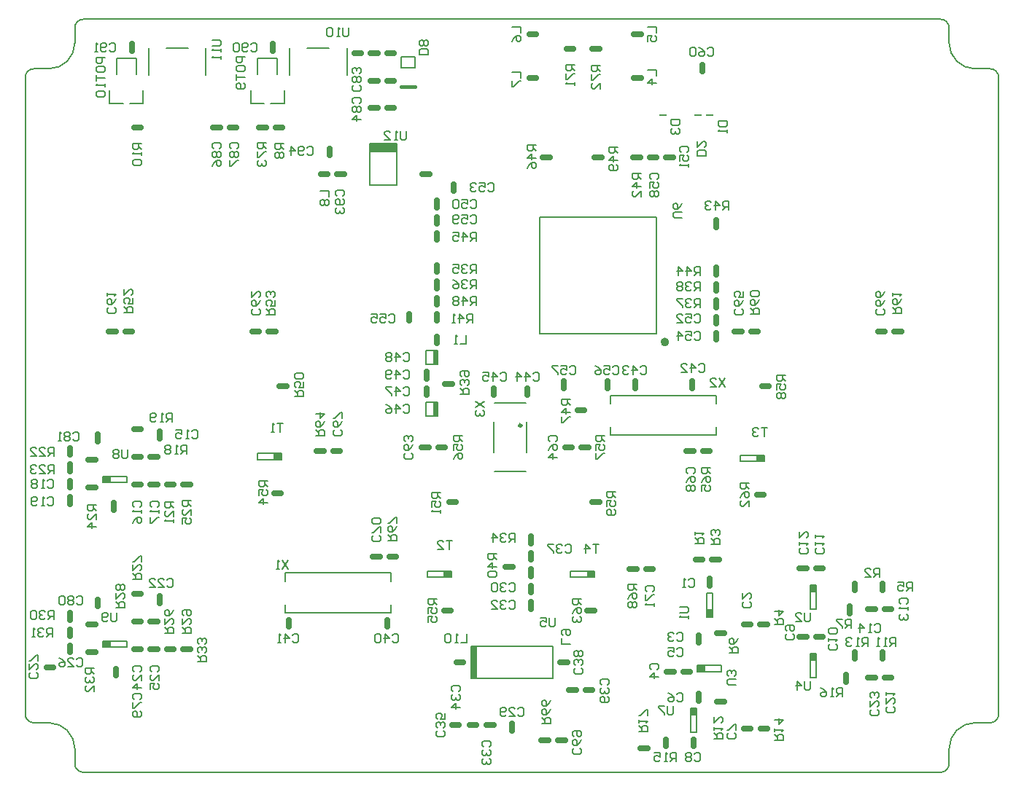
<source format=gbo>
G04*
G04 #@! TF.GenerationSoftware,Altium Limited,Altium Designer,24.4.1 (13)*
G04*
G04 Layer_Color=32896*
%FSAX44Y44*%
%MOMM*%
G71*
G04*
G04 #@! TF.SameCoordinates,A6799A11-F43C-4D9C-96F4-C4FD18313EF3*
G04*
G04*
G04 #@! TF.FilePolarity,Positive*
G04*
G01*
G75*
%ADD10C,0.4000*%
%ADD11C,0.2000*%
%ADD12C,0.7000*%
%ADD14C,0.1524*%
%ADD15C,0.1500*%
%ADD40C,0.3000*%
%ADD71C,0.5000*%
%ADD89R,0.9000X0.2000*%
G36*
X00747500Y00810000D02*
Y00803000D01*
X00756500D01*
Y00810000D01*
X00747500D01*
D02*
G37*
G36*
X01181750Y00804500D02*
X01174750D01*
Y00765500D01*
X01181750D01*
Y00804500D01*
D02*
G37*
G36*
X01152050Y00884250D02*
Y00891250D01*
X01143050D01*
Y00884250D01*
X01152050D01*
D02*
G37*
G36*
X00747500Y01001500D02*
Y00994500D01*
X00756500D01*
Y01001500D01*
X00747500D01*
D02*
G37*
G36*
X00954750Y01021000D02*
Y01028000D01*
X00945750D01*
Y01021000D01*
X00954750D01*
D02*
G37*
G36*
X01088500Y01387750D02*
X01057500D01*
Y01377750D01*
X01088500D01*
Y01387750D01*
D02*
G37*
G36*
X01436750Y00732250D02*
X01429750D01*
Y00723250D01*
X01436750D01*
Y00732250D01*
D02*
G37*
G36*
X01437750Y00781600D02*
Y00774600D01*
X01446750D01*
Y00781600D01*
X01437750D01*
D02*
G37*
G36*
X01448750Y00838000D02*
X01455750D01*
Y00847000D01*
X01448750D01*
Y00838000D01*
D02*
G37*
G36*
X01576000Y00795750D02*
X01569000D01*
Y00786750D01*
X01576000D01*
Y00795750D01*
D02*
G37*
G36*
X01318550Y00884250D02*
Y00891250D01*
X01309550D01*
Y00884250D01*
X01318550D01*
D02*
G37*
G36*
X01515300Y01019000D02*
Y01026000D01*
X01506300D01*
Y01019000D01*
X01515300D01*
D02*
G37*
G36*
X01576000Y00875250D02*
X01569000D01*
Y00866250D01*
X01576000D01*
Y00875250D01*
D02*
G37*
D10*
X01093875Y01453750D02*
X01109625D01*
D11*
X01239500Y01029500D02*
Y01064500D01*
X01201500Y01029500D02*
Y01064500D01*
X01202000Y01086500D02*
X01239000D01*
X01202000Y01007500D02*
X01239000D01*
X00959253Y00842999D02*
Y00852500D01*
Y00842999D02*
X01082236D01*
Y00852500D01*
X01082247Y00879500D02*
Y00889001D01*
X00959264D02*
X01082247D01*
X00959264Y00879500D02*
Y00889001D01*
X01207250Y00766500D02*
X01270250D01*
X01207250Y00803500D02*
X01270250D01*
Y00766500D02*
Y00803500D01*
X01174750D02*
X01224750D01*
X01174750Y00766500D02*
X01224750D01*
X01174750D02*
Y00803500D01*
X01515300Y01019000D02*
Y01026000D01*
X01487300Y01019000D02*
Y01026000D01*
X01515300D01*
X01487300Y01019000D02*
X01515300D01*
X01318550Y00884250D02*
Y00891250D01*
X01290550Y00884250D02*
Y00891250D01*
X01318550D01*
X01290550Y00884250D02*
X01318550D01*
X01390500Y01167000D02*
Y01303000D01*
X01254500D02*
X01390500D01*
X01254500Y01167000D02*
Y01303000D01*
Y01167000D02*
X01390500D01*
X00984900Y01499350D02*
X01010400D01*
X01030900Y01467350D02*
Y01499350D01*
X00964400Y01467350D02*
Y01499350D01*
X00942500Y01434250D02*
X00958250D01*
Y01449750D01*
X00919250Y01434250D02*
X00935000D01*
X00919250D02*
Y01449750D01*
X00927246Y01487251D02*
X00950254D01*
Y01468750D02*
Y01487251D01*
X00927246Y01468750D02*
Y01487251D01*
X00821100Y01499350D02*
X00846600D01*
X00867100Y01467350D02*
Y01499350D01*
X00800600Y01467350D02*
Y01499350D01*
X00778750Y01434250D02*
X00794500D01*
Y01449750D01*
X00755500Y01434250D02*
X00771250D01*
X00755500D02*
Y01449750D01*
X00763496Y01487251D02*
X00786504D01*
Y01468750D02*
Y01487251D01*
X00763496Y01468750D02*
Y01487251D01*
X01088500Y01339750D02*
Y01387750D01*
X01057500Y01339750D02*
Y01387750D01*
Y01339750D02*
X01088500D01*
X01057500Y01387750D02*
X01088500D01*
X01136000Y01131500D02*
Y01147250D01*
X01123000Y01131500D02*
Y01147250D01*
X01136000D01*
X01123000Y01131500D02*
X01136000D01*
X01135000D02*
Y01147250D01*
X01134000Y01131500D02*
Y01147000D01*
X01133000Y01131500D02*
Y01147000D01*
X01132000Y01131500D02*
Y01146750D01*
X01136000Y01071500D02*
Y01087250D01*
X01123000Y01071500D02*
Y01087250D01*
X01136000D01*
X01123000Y01071500D02*
X01136000D01*
X01135000D02*
Y01087250D01*
X01134000Y01071500D02*
Y01087000D01*
X01133000Y01071500D02*
Y01087000D01*
X01132000Y01071500D02*
Y01086750D01*
X00747500Y00994500D02*
Y01001500D01*
X00775500Y00994500D02*
Y01001500D01*
X00747500Y00994500D02*
X00775500D01*
X00747500Y01001500D02*
X00775500D01*
X00747500Y00803000D02*
Y00810000D01*
X00775500Y00803000D02*
Y00810000D01*
X00747500Y00803000D02*
X00775500D01*
X00747500Y00810000D02*
X00775500D01*
X01337003Y01049499D02*
Y01059000D01*
Y01049499D02*
X01459986D01*
Y01059000D01*
X01459997Y01086000D02*
Y01095501D01*
X01337014D02*
X01459997D01*
X01337014Y01086000D02*
Y01095501D01*
X01094000Y01488750D02*
X01109750D01*
X01094000Y01475750D02*
X01109750D01*
X01094000D02*
Y01488750D01*
X01109750Y01475750D02*
Y01488750D01*
X01448750Y00838000D02*
X01455750D01*
X01448750Y00866000D02*
X01455750D01*
Y00838000D02*
Y00866000D01*
X01448750Y00838000D02*
Y00866000D01*
X01569000Y00875250D02*
X01576000D01*
X01569000Y00847250D02*
X01576000D01*
X01569000D02*
Y00875250D01*
X01576000Y00847250D02*
Y00875250D01*
X01437750Y00774600D02*
Y00781600D01*
X01465750Y00774600D02*
Y00781600D01*
X01437750Y00774600D02*
X01465750D01*
X01437750Y00781600D02*
X01465750D01*
X01569000Y00795750D02*
X01576000D01*
X01569000Y00767750D02*
X01576000D01*
X01569000D02*
Y00795750D01*
X01576000Y00767750D02*
Y00795750D01*
X01429750Y00732250D02*
X01436750D01*
X01429750Y00704250D02*
X01436750D01*
X01429750D02*
Y00732250D01*
X01436750Y00704250D02*
Y00732250D01*
X00954750Y01021000D02*
Y01028000D01*
X00926750Y01021000D02*
Y01028000D01*
X00954750D01*
X00926750Y01021000D02*
X00954750D01*
X01152050Y00884250D02*
Y00891250D01*
X01124050Y00884250D02*
Y00891250D01*
X01152050D01*
X01124050Y00884250D02*
X01152050D01*
X01760000Y00715000D02*
G03*
X01730000Y00685000I00000000J-00030000D01*
G01*
X00685000Y01475000D02*
G03*
X00715000Y01505000I00000000J00030000D01*
G01*
X01730009Y01522500D02*
G03*
X01720009Y01532500I-00010000J00000000D01*
G01*
X01777500Y00714990D02*
G03*
X01787500Y00724990I00000000J00010000D01*
G01*
Y01465010D02*
G03*
X01777500Y01475010I-00010000J00000000D01*
G01*
X00667500D02*
G03*
X00657500Y01465010I00000000J-00010000D01*
G01*
X00724990Y01532500D02*
G03*
X00714990Y01522500I00000000J-00010000D01*
G01*
X01720009Y00657500D02*
G03*
X01730009Y00667500I00000000J00010000D01*
G01*
X01730000Y01505000D02*
G03*
X01760000Y01475000I00030000J00000000D01*
G01*
X00714990Y00667500D02*
G03*
X00724990Y00657500I00010000J00000000D01*
G01*
X00715000Y00685000D02*
G03*
X00685000Y00715000I-00030000J00000000D01*
G01*
X00657500Y00724990D02*
G03*
X00667500Y00714990I00010000J00000000D01*
G01*
D12*
X01080250Y00908000D02*
X01088250D01*
X01061250Y00908000D02*
X01069250D01*
X01077750Y00826500D02*
Y00834500D01*
X00963750Y00826500D02*
Y00834500D01*
X01143550Y00845250D02*
X01151550D01*
X00946250Y00982000D02*
X00954250D01*
X01149500Y00971750D02*
X01157500D01*
X01666500Y01170000D02*
X01674500D01*
X01647500D02*
X01655500D01*
X01506800Y00980000D02*
X01514800D01*
X01444000Y01030500D02*
X01452000D01*
X01425000D02*
X01433000D01*
X01359250Y00894000D02*
X01367250D01*
X01378250D02*
X01386250D01*
X01222750Y00705750D02*
Y00713750D01*
X01193240Y00712087D02*
X01201240D01*
X01173128D02*
X01181128D01*
X01153016D02*
X01161016D01*
X01256750Y00694500D02*
X01264750D01*
X01276000D02*
X01284000D01*
X01278750Y00785000D02*
X01286750D01*
X01288750Y00753000D02*
X01296750D01*
X01307750D02*
X01315750D01*
X01310050Y00845250D02*
X01318050D01*
X01244750Y00923500D02*
Y00931500D01*
X01244750Y00904500D02*
Y00912500D01*
Y00885500D02*
Y00893500D01*
X01215250Y00896000D02*
X01223250D01*
X01244750Y00866500D02*
Y00874500D01*
X01244750Y00847500D02*
Y00855500D01*
X01240000Y01096000D02*
Y01104000D01*
X01201000Y01096000D02*
Y01104000D01*
X01283000Y01104000D02*
Y01112000D01*
X01315950Y00971700D02*
X01323950D01*
X01303250Y01035250D02*
X01311250D01*
X01284250D02*
X01292250D01*
X01298500Y01078000D02*
X01306500D01*
X01333500Y01104000D02*
Y01112000D01*
X01365500Y01104000D02*
Y01112000D01*
X01431500Y01104000D02*
Y01112000D01*
X01459500Y01198000D02*
Y01206000D01*
Y01179000D02*
Y01187000D01*
Y01160000D02*
Y01168000D01*
X01481000Y01170000D02*
X01489000D01*
X01512700Y01106450D02*
X01520700D01*
X01500000Y01170000D02*
X01508000D01*
X01459500Y01217000D02*
Y01225000D01*
Y01236000D02*
Y01244000D01*
X01242500Y01515500D02*
X01250500D01*
X01242500Y01464500D02*
X01250500D01*
X01315750Y01498250D02*
X01323750D01*
X01285750D02*
X01293750D01*
X01364000Y01515500D02*
X01372000D01*
X01364000Y01464500D02*
X01372000D01*
X01443250Y01471750D02*
Y01479750D01*
X01363500Y01372000D02*
X01371500D01*
X01382500D02*
X01390500D01*
X01401500D02*
X01409500D01*
X01318500D02*
X01326500D01*
X01258500D02*
X01266500D01*
X01058500Y01461250D02*
X01066500D01*
X01039500Y01493250D02*
X01047500D01*
X01058500D02*
X01066500D01*
X01077500Y01429250D02*
X01085500D01*
X01058500D02*
X01066500D01*
X00945250Y01495750D02*
Y01503750D01*
X00781500Y01495750D02*
Y01503750D01*
X00784000Y01406750D02*
X00792000D01*
X00948000D02*
X00956000D01*
X00929000D02*
X00937000D01*
X00894750D02*
X00902750D01*
X00875750D02*
X00883750D01*
X01011000Y01374250D02*
Y01382250D01*
X01000500Y01352750D02*
X01008500D01*
X01019500D02*
X01027500D01*
X01118500D02*
X01126500D01*
X01154500Y01333000D02*
Y01341000D01*
X01135500Y01314000D02*
Y01322000D01*
Y01295000D02*
Y01303000D01*
Y01276000D02*
Y01284000D01*
Y01155750D02*
Y01163750D01*
Y01239000D02*
Y01247000D01*
Y01220000D02*
Y01228000D01*
Y01201000D02*
Y01209000D01*
X01135500Y01182000D02*
Y01190000D01*
X01103500Y01182000D02*
Y01190000D01*
X01123500Y01114750D02*
Y01122750D01*
X01145000Y01109000D02*
X01153000D01*
X01123500Y01095750D02*
Y01103750D01*
X01117750Y01035250D02*
X01125750D01*
X01136750D02*
X01144750D01*
X00996000Y01030500D02*
X01004000D01*
X01015000D02*
X01023000D01*
X00952700Y01106450D02*
X00960700D01*
X00921000Y01170000D02*
X00929000D01*
X00940000Y01170000D02*
X00948000D01*
X00773500Y01170000D02*
X00781500D01*
X00754500D02*
X00762500D01*
X00784000Y01056000D02*
X00792000D01*
X00803000Y01024000D02*
X00811000D01*
X00813500Y01045500D02*
Y01053500D01*
X00784000Y01024000D02*
X00792000D01*
X00741500Y01042000D02*
Y01050000D01*
X00731000Y01020500D02*
X00739000D01*
X00709500Y01026250D02*
Y01034250D01*
Y01007250D02*
Y01015250D01*
X00731000Y00988500D02*
X00739000D01*
X00709500Y00988250D02*
Y00996250D01*
Y00969250D02*
Y00977250D01*
X00760500Y00962500D02*
Y00970500D01*
X00784000Y00992000D02*
X00792000D01*
X00803000D02*
X00811000D01*
X00822000D02*
X00830000D01*
X00841000D02*
X00849000D01*
X00784000Y00832500D02*
X00792000D01*
X00784000Y00800500D02*
X00792000D01*
X00803000D02*
X00811000D01*
X00803000Y00832500D02*
X00811000D01*
X00813500Y00854000D02*
Y00862000D01*
X00784000Y00864500D02*
X00792000D01*
X00741500Y00850500D02*
Y00858500D01*
X00731000Y00829000D02*
X00739000D01*
X00709500Y00834750D02*
Y00842750D01*
Y00815750D02*
Y00823750D01*
Y00796750D02*
Y00804750D01*
X00731000Y00797000D02*
X00739000D01*
X00682250Y00779500D02*
X00690250D01*
X00822000Y00800500D02*
X00830000D01*
X00841000Y00800500D02*
X00849000D01*
X00762500Y00770000D02*
Y00778000D01*
X01452250Y00874500D02*
Y00882500D01*
X01491750Y00828950D02*
X01499750D01*
X01439250Y00808500D02*
Y00816500D01*
X01402250Y00774000D02*
X01410250D01*
X01421250D02*
X01429250D01*
X01439250Y00740750D02*
Y00748750D01*
X01491750Y00708350D02*
X01499750D01*
X01433250Y00687750D02*
Y00695750D01*
X01556500Y00814750D02*
X01564500D01*
X01575500D02*
X01583500D01*
X01575500Y00894250D02*
X01583500D01*
X01556500D02*
X01564500D01*
X01655000Y00847250D02*
X01663000D01*
X01636000D02*
X01644000D01*
X01655000Y00767750D02*
X01663000D01*
X01636000D02*
X01644000D01*
X01077500Y01493250D02*
X01085500D01*
X01077500Y01461250D02*
X01085500D01*
X01435750Y00905000D02*
X01443750D01*
X01620500Y00868750D02*
Y00876750D01*
X01454750Y00905000D02*
X01462750D01*
X01510750Y00828950D02*
X01518750D01*
X01652500Y00868750D02*
Y00876750D01*
X01460750Y00818950D02*
X01468750D01*
X01614500Y00842250D02*
Y00850250D01*
X01652500Y00789250D02*
Y00797250D01*
X01460750Y00739250D02*
X01468750D01*
X01620500Y00789250D02*
Y00797250D01*
X01510850Y00708350D02*
X01518850D01*
X01401250Y00687750D02*
Y00695750D01*
X01610500Y00762750D02*
Y00770750D01*
X01371750Y00685250D02*
X01379750D01*
X01459500Y01291000D02*
Y01299000D01*
X01158250Y00785000D02*
X01166250D01*
D14*
X01179922Y01088214D02*
X01190078Y01081443D01*
X01179922D02*
X01190078Y01088214D01*
X01181614Y01078057D02*
X01179922Y01076364D01*
Y01072979D01*
X01181614Y01071286D01*
X01183307D01*
X01185000Y01072979D01*
Y01074672D01*
Y01072979D01*
X01186693Y01071286D01*
X01188386D01*
X01190078Y01072979D01*
Y01076364D01*
X01188386Y01078057D01*
X00963021Y00904078D02*
X00956250Y00893922D01*
Y00904078D02*
X00963021Y00893922D01*
X00952864D02*
X00949479D01*
X00951172D01*
Y00904078D01*
X00952864Y00902386D01*
X01078922Y00926458D02*
X01089078D01*
Y00931536D01*
X01087386Y00933229D01*
X01084000D01*
X01082307Y00931536D01*
Y00926458D01*
Y00929843D02*
X01078922Y00933229D01*
X01089078Y00943386D02*
X01087386Y00940000D01*
X01084000Y00936614D01*
X01080614D01*
X01078922Y00938307D01*
Y00941693D01*
X01080614Y00943386D01*
X01082307D01*
X01084000Y00941693D01*
Y00936614D01*
X01089078Y00946771D02*
Y00953542D01*
X01087386D01*
X01080614Y00946771D01*
X01078922D01*
X01068136Y00932979D02*
X01069828Y00931286D01*
Y00927900D01*
X01068136Y00926208D01*
X01061364D01*
X01059672Y00927900D01*
Y00931286D01*
X01061364Y00932979D01*
X01069828Y00936364D02*
Y00943136D01*
X01068136D01*
X01061364Y00936364D01*
X01059672D01*
X01068136Y00946521D02*
X01069828Y00948214D01*
Y00951600D01*
X01068136Y00953292D01*
X01061364D01*
X01059672Y00951600D01*
Y00948214D01*
X01061364Y00946521D01*
X01068136D01*
X01083771Y00816886D02*
X01085464Y00818578D01*
X01088849D01*
X01090542Y00816886D01*
Y00810114D01*
X01088849Y00808422D01*
X01085464D01*
X01083771Y00810114D01*
X01075307Y00808422D02*
Y00818578D01*
X01080386Y00813500D01*
X01073614D01*
X01070229Y00816886D02*
X01068536Y00818578D01*
X01065151D01*
X01063458Y00816886D01*
Y00810114D01*
X01065151Y00808422D01*
X01068536D01*
X01070229Y00810114D01*
Y00816886D01*
X00967328D02*
X00969021Y00818578D01*
X00972407D01*
X00974100Y00816886D01*
Y00810114D01*
X00972407Y00808422D01*
X00969021D01*
X00967328Y00810114D01*
X00958864Y00808422D02*
Y00818578D01*
X00963943Y00813500D01*
X00957172D01*
X00953786Y00808422D02*
X00950400D01*
X00952093D01*
Y00818578D01*
X00953786Y00816886D01*
X01135578Y00859292D02*
X01125422D01*
Y00854214D01*
X01127114Y00852521D01*
X01130500D01*
X01132193Y00854214D01*
Y00859292D01*
Y00855907D02*
X01135578Y00852521D01*
X01125422Y00842365D02*
Y00849136D01*
X01130500D01*
X01128807Y00845750D01*
Y00844057D01*
X01130500Y00842365D01*
X01133885D01*
X01135578Y00844057D01*
Y00847443D01*
X01133885Y00849136D01*
X01125422Y00832208D02*
Y00838979D01*
X01130500D01*
X01128807Y00835593D01*
Y00833901D01*
X01130500Y00832208D01*
X01133885D01*
X01135578Y00833901D01*
Y00837286D01*
X01133885Y00838979D01*
X00938828Y00996292D02*
X00928672D01*
Y00991214D01*
X00930364Y00989521D01*
X00933750D01*
X00935443Y00991214D01*
Y00996292D01*
Y00992907D02*
X00938828Y00989521D01*
X00928672Y00979364D02*
Y00986136D01*
X00933750D01*
X00932057Y00982750D01*
Y00981057D01*
X00933750Y00979364D01*
X00937136D01*
X00938828Y00981057D01*
Y00984443D01*
X00937136Y00986136D01*
X00938828Y00970900D02*
X00928672D01*
X00933750Y00975979D01*
Y00969208D01*
X01272714Y00836828D02*
Y00828364D01*
X01271021Y00826672D01*
X01267636D01*
X01265943Y00828364D01*
Y00836828D01*
X01255786D02*
X01262557D01*
Y00831750D01*
X01259172Y00833443D01*
X01257479D01*
X01255786Y00831750D01*
Y00828364D01*
X01257479Y00826672D01*
X01260864D01*
X01262557Y00828364D01*
X01139828Y00982599D02*
X01129672D01*
Y00977521D01*
X01131364Y00975828D01*
X01134750D01*
X01136443Y00977521D01*
Y00982599D01*
Y00979214D02*
X01139828Y00975828D01*
X01129672Y00965672D02*
Y00972443D01*
X01134750D01*
X01133057Y00969057D01*
Y00967365D01*
X01134750Y00965672D01*
X01138136D01*
X01139828Y00967365D01*
Y00970750D01*
X01138136Y00972443D01*
X01139828Y00962286D02*
Y00958901D01*
Y00960593D01*
X01129672D01*
X01131364Y00962286D01*
X01664922Y01190650D02*
X01675078D01*
Y01195729D01*
X01673386Y01197422D01*
X01670000D01*
X01668307Y01195729D01*
Y01190650D01*
Y01194036D02*
X01664922Y01197422D01*
X01675078Y01207578D02*
X01673386Y01204193D01*
X01670000Y01200807D01*
X01666614D01*
X01664922Y01202500D01*
Y01205885D01*
X01666614Y01207578D01*
X01668307D01*
X01670000Y01205885D01*
Y01200807D01*
X01664922Y01210964D02*
Y01214350D01*
Y01212657D01*
X01675078D01*
X01673386Y01210964D01*
X01653386Y01195729D02*
X01655078Y01194036D01*
Y01190650D01*
X01653386Y01188958D01*
X01646614D01*
X01644922Y01190650D01*
Y01194036D01*
X01646614Y01195729D01*
X01655078Y01205885D02*
X01653386Y01202500D01*
X01650000Y01199114D01*
X01646614D01*
X01644922Y01200807D01*
Y01204193D01*
X01646614Y01205885D01*
X01648307D01*
X01650000Y01204193D01*
Y01199114D01*
X01655078Y01216042D02*
X01653386Y01212657D01*
X01650000Y01209271D01*
X01646614D01*
X01644922Y01210964D01*
Y01214350D01*
X01646614Y01216042D01*
X01648307D01*
X01650000Y01214350D01*
Y01209271D01*
X01518464Y01057578D02*
X01511693D01*
X01515078D01*
Y01047422D01*
X01508307Y01055886D02*
X01506614Y01057578D01*
X01503229D01*
X01501536Y01055886D01*
Y01054193D01*
X01503229Y01052500D01*
X01504922D01*
X01503229D01*
X01501536Y01050807D01*
Y01049114D01*
X01503229Y01047422D01*
X01506614D01*
X01508307Y01049114D01*
X01497578Y00993542D02*
X01487422D01*
Y00988464D01*
X01489114Y00986771D01*
X01492500D01*
X01494193Y00988464D01*
Y00993542D01*
Y00990157D02*
X01497578Y00986771D01*
X01487422Y00976615D02*
X01489114Y00980000D01*
X01492500Y00983386D01*
X01495885D01*
X01497578Y00981693D01*
Y00978307D01*
X01495885Y00976615D01*
X01494193D01*
X01492500Y00978307D01*
Y00983386D01*
X01497578Y00966458D02*
Y00973229D01*
X01490807Y00966458D01*
X01489114D01*
X01487422Y00968150D01*
Y00971536D01*
X01489114Y00973229D01*
X01452578Y01011042D02*
X01442422D01*
Y01005964D01*
X01444114Y01004271D01*
X01447500D01*
X01449193Y01005964D01*
Y01011042D01*
Y01007657D02*
X01452578Y01004271D01*
X01442422Y00994114D02*
X01444114Y00997500D01*
X01447500Y01000886D01*
X01450885D01*
X01452578Y00999193D01*
Y00995807D01*
X01450885Y00994114D01*
X01449193D01*
X01447500Y00995807D01*
Y01000886D01*
X01442422Y00983958D02*
Y00990729D01*
X01447500D01*
X01445807Y00987343D01*
Y00985650D01*
X01447500Y00983958D01*
X01450885D01*
X01452578Y00985650D01*
Y00989036D01*
X01450885Y00990729D01*
X01426614Y01004271D02*
X01424922Y01005964D01*
Y01009350D01*
X01426614Y01011042D01*
X01433385D01*
X01435078Y01009350D01*
Y01005964D01*
X01433385Y01004271D01*
X01424922Y00994114D02*
X01426614Y00997500D01*
X01430000Y01000886D01*
X01433385D01*
X01435078Y00999193D01*
Y00995807D01*
X01433385Y00994114D01*
X01431693D01*
X01430000Y00995807D01*
Y01000886D01*
X01426614Y00990729D02*
X01424922Y00989036D01*
Y00985650D01*
X01426614Y00983958D01*
X01428307D01*
X01430000Y00985650D01*
X01431693Y00983958D01*
X01433385D01*
X01435078Y00985650D01*
Y00989036D01*
X01433385Y00990729D01*
X01431693D01*
X01430000Y00989036D01*
X01428307Y00990729D01*
X01426614D01*
X01430000Y00989036D02*
Y00985650D01*
X01367578Y00876042D02*
X01357422D01*
Y00870964D01*
X01359114Y00869271D01*
X01362500D01*
X01364193Y00870964D01*
Y00876042D01*
Y00872657D02*
X01367578Y00869271D01*
X01357422Y00859115D02*
X01359114Y00862500D01*
X01362500Y00865886D01*
X01365885D01*
X01367578Y00864193D01*
Y00860807D01*
X01365885Y00859115D01*
X01364193D01*
X01362500Y00860807D01*
Y00865886D01*
X01359114Y00855729D02*
X01357422Y00854036D01*
Y00850650D01*
X01359114Y00848958D01*
X01360807D01*
X01362500Y00850650D01*
X01364193Y00848958D01*
X01365885D01*
X01367578Y00850650D01*
Y00854036D01*
X01365885Y00855729D01*
X01364193D01*
X01362500Y00854036D01*
X01360807Y00855729D01*
X01359114D01*
X01362500Y00854036D02*
Y00850650D01*
X01379114Y00867578D02*
X01377422Y00869271D01*
Y00872657D01*
X01379114Y00874350D01*
X01385885D01*
X01387578Y00872657D01*
Y00869271D01*
X01385885Y00867578D01*
X01377422Y00864193D02*
Y00857422D01*
X01379114D01*
X01385885Y00864193D01*
X01387578D01*
Y00854036D02*
Y00850650D01*
Y00852343D01*
X01377422D01*
X01379114Y00854036D01*
X01229271Y00730886D02*
X01230964Y00732578D01*
X01234350D01*
X01236042Y00730886D01*
Y00724114D01*
X01234350Y00722422D01*
X01230964D01*
X01229271Y00724114D01*
X01219114Y00722422D02*
X01225886D01*
X01219114Y00729193D01*
Y00730886D01*
X01220807Y00732578D01*
X01224193D01*
X01225886Y00730886D01*
X01215729Y00724114D02*
X01214036Y00722422D01*
X01210650D01*
X01208958Y00724114D01*
Y00730886D01*
X01210650Y00732578D01*
X01214036D01*
X01215729Y00730886D01*
Y00729193D01*
X01214036Y00727500D01*
X01208958D01*
X01189114Y00686771D02*
X01187422Y00688464D01*
Y00691850D01*
X01189114Y00693542D01*
X01195886D01*
X01197578Y00691850D01*
Y00688464D01*
X01195886Y00686771D01*
X01189114Y00683386D02*
X01187422Y00681693D01*
Y00678307D01*
X01189114Y00676614D01*
X01190807D01*
X01192500Y00678307D01*
Y00680000D01*
Y00678307D01*
X01194193Y00676614D01*
X01195886D01*
X01197578Y00678307D01*
Y00681693D01*
X01195886Y00683386D01*
X01189114Y00673229D02*
X01187422Y00671536D01*
Y00668150D01*
X01189114Y00666458D01*
X01190807D01*
X01192500Y00668150D01*
Y00669843D01*
Y00668150D01*
X01194193Y00666458D01*
X01195886D01*
X01197578Y00668150D01*
Y00671536D01*
X01195886Y00673229D01*
X01154114Y00751771D02*
X01152422Y00753464D01*
Y00756850D01*
X01154114Y00758542D01*
X01160885D01*
X01162578Y00756850D01*
Y00753464D01*
X01160885Y00751771D01*
X01154114Y00748386D02*
X01152422Y00746693D01*
Y00743307D01*
X01154114Y00741614D01*
X01155807D01*
X01157500Y00743307D01*
Y00745000D01*
Y00743307D01*
X01159193Y00741614D01*
X01160885D01*
X01162578Y00743307D01*
Y00746693D01*
X01160885Y00748386D01*
X01162578Y00733150D02*
X01152422D01*
X01157500Y00738229D01*
Y00731458D01*
X01143386Y00705729D02*
X01145078Y00704036D01*
Y00700650D01*
X01143386Y00698958D01*
X01136614D01*
X01134922Y00700650D01*
Y00704036D01*
X01136614Y00705729D01*
X01143386Y00709114D02*
X01145078Y00710807D01*
Y00714193D01*
X01143386Y00715885D01*
X01141693D01*
X01140000Y00714193D01*
Y00712500D01*
Y00714193D01*
X01138307Y00715885D01*
X01136614D01*
X01134922Y00714193D01*
Y00710807D01*
X01136614Y00709114D01*
X01145078Y00726042D02*
Y00719271D01*
X01140000D01*
X01141693Y00722657D01*
Y00724350D01*
X01140000Y00726042D01*
X01136614D01*
X01134922Y00724350D01*
Y00720964D01*
X01136614Y00719271D01*
X01257422Y00713958D02*
X01267578D01*
Y00719036D01*
X01265886Y00720729D01*
X01262500D01*
X01260807Y00719036D01*
Y00713958D01*
Y00717343D02*
X01257422Y00720729D01*
X01267578Y00730885D02*
X01265886Y00727500D01*
X01262500Y00724114D01*
X01259114D01*
X01257422Y00725807D01*
Y00729193D01*
X01259114Y00730885D01*
X01260807D01*
X01262500Y00729193D01*
Y00724114D01*
X01267578Y00741042D02*
X01265886Y00737657D01*
X01262500Y00734271D01*
X01259114D01*
X01257422Y00735964D01*
Y00739350D01*
X01259114Y00741042D01*
X01260807D01*
X01262500Y00739350D01*
Y00734271D01*
X01300886Y00685729D02*
X01302578Y00684036D01*
Y00680650D01*
X01300886Y00678958D01*
X01294114D01*
X01292422Y00680650D01*
Y00684036D01*
X01294114Y00685729D01*
X01302578Y00695886D02*
X01300886Y00692500D01*
X01297500Y00689114D01*
X01294114D01*
X01292422Y00690807D01*
Y00694193D01*
X01294114Y00695886D01*
X01295807D01*
X01297500Y00694193D01*
Y00689114D01*
X01294114Y00699271D02*
X01292422Y00700964D01*
Y00704350D01*
X01294114Y00706042D01*
X01300886D01*
X01302578Y00704350D01*
Y00700964D01*
X01300886Y00699271D01*
X01299193D01*
X01297500Y00700964D01*
Y00706042D01*
X01290078Y00806536D02*
X01279922D01*
Y00813307D01*
X01281614Y00816693D02*
X01279922Y00818386D01*
Y00821771D01*
X01281614Y00823464D01*
X01288386D01*
X01290078Y00821771D01*
Y00818386D01*
X01288386Y00816693D01*
X01286693D01*
X01285000Y00818386D01*
Y00823464D01*
X01303386Y00778229D02*
X01305078Y00776536D01*
Y00773150D01*
X01303386Y00771458D01*
X01296614D01*
X01294922Y00773150D01*
Y00776536D01*
X01296614Y00778229D01*
X01303386Y00781614D02*
X01305078Y00783307D01*
Y00786693D01*
X01303386Y00788385D01*
X01301693D01*
X01300000Y00786693D01*
Y00785000D01*
Y00786693D01*
X01298307Y00788385D01*
X01296614D01*
X01294922Y00786693D01*
Y00783307D01*
X01296614Y00781614D01*
X01303386Y00791771D02*
X01305078Y00793464D01*
Y00796850D01*
X01303386Y00798542D01*
X01301693D01*
X01300000Y00796850D01*
X01298307Y00798542D01*
X01296614D01*
X01294922Y00796850D01*
Y00793464D01*
X01296614Y00791771D01*
X01298307D01*
X01300000Y00793464D01*
X01301693Y00791771D01*
X01303386D01*
X01300000Y00793464D02*
Y00796850D01*
X01326614Y00759271D02*
X01324922Y00760964D01*
Y00764350D01*
X01326614Y00766042D01*
X01333385D01*
X01335078Y00764350D01*
Y00760964D01*
X01333385Y00759271D01*
X01326614Y00755886D02*
X01324922Y00754193D01*
Y00750807D01*
X01326614Y00749115D01*
X01328307D01*
X01330000Y00750807D01*
Y00752500D01*
Y00750807D01*
X01331693Y00749115D01*
X01333385D01*
X01335078Y00750807D01*
Y00754193D01*
X01333385Y00755886D01*
Y00745729D02*
X01335078Y00744036D01*
Y00740650D01*
X01333385Y00738958D01*
X01326614D01*
X01324922Y00740650D01*
Y00744036D01*
X01326614Y00745729D01*
X01328307D01*
X01330000Y00744036D01*
Y00738958D01*
X01302578Y00858542D02*
X01292422D01*
Y00853464D01*
X01294114Y00851771D01*
X01297500D01*
X01299193Y00853464D01*
Y00858542D01*
Y00855157D02*
X01302578Y00851771D01*
X01292422Y00841614D02*
X01294114Y00845000D01*
X01297500Y00848386D01*
X01300885D01*
X01302578Y00846693D01*
Y00843307D01*
X01300885Y00841614D01*
X01299193D01*
X01297500Y00843307D01*
Y00848386D01*
X01294114Y00838229D02*
X01292422Y00836536D01*
Y00833150D01*
X01294114Y00831458D01*
X01295807D01*
X01297500Y00833150D01*
Y00834843D01*
Y00833150D01*
X01299193Y00831458D01*
X01300885D01*
X01302578Y00833150D01*
Y00836536D01*
X01300885Y00838229D01*
X01323464Y00922578D02*
X01316693D01*
X01320078D01*
Y00912422D01*
X01308229D02*
Y00922578D01*
X01313307Y00917500D01*
X01306536D01*
X01226042Y00924922D02*
Y00935078D01*
X01220964D01*
X01219271Y00933386D01*
Y00930000D01*
X01220964Y00928307D01*
X01226042D01*
X01222657D02*
X01219271Y00924922D01*
X01215886Y00933386D02*
X01214193Y00935078D01*
X01210807D01*
X01209114Y00933386D01*
Y00931693D01*
X01210807Y00930000D01*
X01212500D01*
X01210807D01*
X01209114Y00928307D01*
Y00926614D01*
X01210807Y00924922D01*
X01214193D01*
X01215886Y00926614D01*
X01200650Y00924922D02*
Y00935078D01*
X01205729Y00930000D01*
X01198958D01*
X01284271Y00920886D02*
X01285964Y00922578D01*
X01289350D01*
X01291042Y00920886D01*
Y00914114D01*
X01289350Y00912422D01*
X01285964D01*
X01284271Y00914114D01*
X01280886Y00920886D02*
X01279193Y00922578D01*
X01275807D01*
X01274114Y00920886D01*
Y00919193D01*
X01275807Y00917500D01*
X01277500D01*
X01275807D01*
X01274114Y00915807D01*
Y00914114D01*
X01275807Y00912422D01*
X01279193D01*
X01280886Y00914114D01*
X01270729Y00922578D02*
X01263958D01*
Y00920886D01*
X01270729Y00914114D01*
Y00912422D01*
X01205078Y00911042D02*
X01194922D01*
Y00905964D01*
X01196614Y00904271D01*
X01200000D01*
X01201693Y00905964D01*
Y00911042D01*
Y00907657D02*
X01205078Y00904271D01*
Y00895807D02*
X01194922D01*
X01200000Y00900886D01*
Y00894114D01*
X01196614Y00890729D02*
X01194922Y00889036D01*
Y00885650D01*
X01196614Y00883958D01*
X01203385D01*
X01205078Y00885650D01*
Y00889036D01*
X01203385Y00890729D01*
X01196614D01*
X01219271Y00875886D02*
X01220964Y00877578D01*
X01224350D01*
X01226042Y00875886D01*
Y00869114D01*
X01224350Y00867422D01*
X01220964D01*
X01219271Y00869114D01*
X01215886Y00875886D02*
X01214193Y00877578D01*
X01210807D01*
X01209114Y00875886D01*
Y00874193D01*
X01210807Y00872500D01*
X01212500D01*
X01210807D01*
X01209114Y00870807D01*
Y00869114D01*
X01210807Y00867422D01*
X01214193D01*
X01215886Y00869114D01*
X01205729Y00875886D02*
X01204036Y00877578D01*
X01200650D01*
X01198958Y00875886D01*
Y00869114D01*
X01200650Y00867422D01*
X01204036D01*
X01205729Y00869114D01*
Y00875886D01*
X01219271Y00855886D02*
X01220964Y00857578D01*
X01224350D01*
X01226042Y00855886D01*
Y00849114D01*
X01224350Y00847422D01*
X01220964D01*
X01219271Y00849114D01*
X01215886Y00855886D02*
X01214193Y00857578D01*
X01210807D01*
X01209114Y00855886D01*
Y00854193D01*
X01210807Y00852500D01*
X01212500D01*
X01210807D01*
X01209114Y00850807D01*
Y00849114D01*
X01210807Y00847422D01*
X01214193D01*
X01215886Y00849114D01*
X01198958Y00847422D02*
X01205729D01*
X01198958Y00854193D01*
Y00855886D01*
X01200650Y00857578D01*
X01204036D01*
X01205729Y00855886D01*
X01246771Y01120886D02*
X01248464Y01122578D01*
X01251850D01*
X01253542Y01120886D01*
Y01114114D01*
X01251850Y01112422D01*
X01248464D01*
X01246771Y01114114D01*
X01238307Y01112422D02*
Y01122578D01*
X01243385Y01117500D01*
X01236614D01*
X01228150Y01112422D02*
Y01122578D01*
X01233229Y01117500D01*
X01226458D01*
X01209271Y01120886D02*
X01210964Y01122578D01*
X01214350D01*
X01216042Y01120886D01*
Y01114114D01*
X01214350Y01112422D01*
X01210964D01*
X01209271Y01114114D01*
X01200807Y01112422D02*
Y01122578D01*
X01205885Y01117500D01*
X01199114D01*
X01188958Y01122578D02*
X01195729D01*
Y01117500D01*
X01192343Y01119193D01*
X01190650D01*
X01188958Y01117500D01*
Y01114114D01*
X01190650Y01112422D01*
X01194036D01*
X01195729Y01114114D01*
X01289271Y01128386D02*
X01290964Y01130078D01*
X01294350D01*
X01296042Y01128386D01*
Y01121614D01*
X01294350Y01119922D01*
X01290964D01*
X01289271Y01121614D01*
X01279114Y01130078D02*
X01285886D01*
Y01125000D01*
X01282500Y01126693D01*
X01280807D01*
X01279114Y01125000D01*
Y01121614D01*
X01280807Y01119922D01*
X01284193D01*
X01285886Y01121614D01*
X01275729Y01130078D02*
X01268958D01*
Y01128386D01*
X01275729Y01121614D01*
Y01119922D01*
X01342578Y00983542D02*
X01332422D01*
Y00978464D01*
X01334114Y00976771D01*
X01337500D01*
X01339193Y00978464D01*
Y00983542D01*
Y00980157D02*
X01342578Y00976771D01*
X01332422Y00966614D02*
Y00973386D01*
X01337500D01*
X01335807Y00970000D01*
Y00968307D01*
X01337500Y00966614D01*
X01340885D01*
X01342578Y00968307D01*
Y00971693D01*
X01340885Y00973386D01*
Y00963229D02*
X01342578Y00961536D01*
Y00958150D01*
X01340885Y00956458D01*
X01334114D01*
X01332422Y00958150D01*
Y00961536D01*
X01334114Y00963229D01*
X01335807D01*
X01337500Y00961536D01*
Y00956458D01*
X01330078Y01048542D02*
X01319922D01*
Y01043464D01*
X01321614Y01041771D01*
X01325000D01*
X01326693Y01043464D01*
Y01048542D01*
Y01045157D02*
X01330078Y01041771D01*
X01319922Y01031614D02*
Y01038386D01*
X01325000D01*
X01323307Y01035000D01*
Y01033307D01*
X01325000Y01031614D01*
X01328385D01*
X01330078Y01033307D01*
Y01036693D01*
X01328385Y01038386D01*
X01319922Y01028229D02*
Y01021458D01*
X01321614D01*
X01328385Y01028229D01*
X01330078D01*
X01266614Y01041771D02*
X01264922Y01043464D01*
Y01046850D01*
X01266614Y01048542D01*
X01273386D01*
X01275078Y01046850D01*
Y01043464D01*
X01273386Y01041771D01*
X01264922Y01031614D02*
X01266614Y01035000D01*
X01270000Y01038386D01*
X01273386D01*
X01275078Y01036693D01*
Y01033307D01*
X01273386Y01031614D01*
X01271693D01*
X01270000Y01033307D01*
Y01038386D01*
X01275078Y01023150D02*
X01264922D01*
X01270000Y01028229D01*
Y01021458D01*
X01290078Y01091042D02*
X01279922D01*
Y01085964D01*
X01281614Y01084271D01*
X01285000D01*
X01286693Y01085964D01*
Y01091042D01*
Y01087657D02*
X01290078Y01084271D01*
Y01075807D02*
X01279922D01*
X01285000Y01080886D01*
Y01074114D01*
X01279922Y01070729D02*
Y01063958D01*
X01281614D01*
X01288386Y01070729D01*
X01290078D01*
X01339271Y01128386D02*
X01340964Y01130078D01*
X01344350D01*
X01346042Y01128386D01*
Y01121614D01*
X01344350Y01119922D01*
X01340964D01*
X01339271Y01121614D01*
X01329114Y01130078D02*
X01335886D01*
Y01125000D01*
X01332500Y01126693D01*
X01330807D01*
X01329114Y01125000D01*
Y01121614D01*
X01330807Y01119922D01*
X01334193D01*
X01335886Y01121614D01*
X01318958Y01130078D02*
X01322343Y01128386D01*
X01325729Y01125000D01*
Y01121614D01*
X01324036Y01119922D01*
X01320650D01*
X01318958Y01121614D01*
Y01123307D01*
X01320650Y01125000D01*
X01325729D01*
X01371771Y01128386D02*
X01373464Y01130078D01*
X01376850D01*
X01378542Y01128386D01*
Y01121614D01*
X01376850Y01119922D01*
X01373464D01*
X01371771Y01121614D01*
X01363307Y01119922D02*
Y01130078D01*
X01368386Y01125000D01*
X01361614D01*
X01358229Y01128386D02*
X01356536Y01130078D01*
X01353150D01*
X01351458Y01128386D01*
Y01126693D01*
X01353150Y01125000D01*
X01354843D01*
X01353150D01*
X01351458Y01123307D01*
Y01121614D01*
X01353150Y01119922D01*
X01356536D01*
X01358229Y01121614D01*
X01439271Y01130886D02*
X01440964Y01132578D01*
X01444350D01*
X01446042Y01130886D01*
Y01124114D01*
X01444350Y01122422D01*
X01440964D01*
X01439271Y01124114D01*
X01430807Y01122422D02*
Y01132578D01*
X01435886Y01127500D01*
X01429114D01*
X01418958Y01122422D02*
X01425729D01*
X01418958Y01129193D01*
Y01130886D01*
X01420650Y01132578D01*
X01424036D01*
X01425729Y01130886D01*
X01441042Y01197422D02*
Y01207578D01*
X01435964D01*
X01434271Y01205886D01*
Y01202500D01*
X01435964Y01200807D01*
X01441042D01*
X01437657D02*
X01434271Y01197422D01*
X01430886Y01205886D02*
X01429193Y01207578D01*
X01425807D01*
X01424114Y01205886D01*
Y01204193D01*
X01425807Y01202500D01*
X01427500D01*
X01425807D01*
X01424114Y01200807D01*
Y01199114D01*
X01425807Y01197422D01*
X01429193D01*
X01430886Y01199114D01*
X01420729Y01207578D02*
X01413958D01*
Y01205886D01*
X01420729Y01199114D01*
Y01197422D01*
X01434271Y01188386D02*
X01435964Y01190078D01*
X01439350D01*
X01441042Y01188386D01*
Y01181614D01*
X01439350Y01179922D01*
X01435964D01*
X01434271Y01181614D01*
X01424114Y01190078D02*
X01430886D01*
Y01185000D01*
X01427500Y01186693D01*
X01425807D01*
X01424114Y01185000D01*
Y01181614D01*
X01425807Y01179922D01*
X01429193D01*
X01430886Y01181614D01*
X01413958Y01179922D02*
X01420729D01*
X01413958Y01186693D01*
Y01188386D01*
X01415650Y01190078D01*
X01419036D01*
X01420729Y01188386D01*
X01434271Y01168386D02*
X01435964Y01170078D01*
X01439350D01*
X01441042Y01168386D01*
Y01161614D01*
X01439350Y01159922D01*
X01435964D01*
X01434271Y01161614D01*
X01424114Y01170078D02*
X01430886D01*
Y01165000D01*
X01427500Y01166693D01*
X01425807D01*
X01424114Y01165000D01*
Y01161614D01*
X01425807Y01159922D01*
X01429193D01*
X01430886Y01161614D01*
X01415650Y01159922D02*
Y01170078D01*
X01420729Y01165000D01*
X01413958D01*
X01489636Y01195729D02*
X01491328Y01194036D01*
Y01190650D01*
X01489636Y01188958D01*
X01482864D01*
X01481172Y01190650D01*
Y01194036D01*
X01482864Y01195729D01*
X01491328Y01205885D02*
X01489636Y01202500D01*
X01486250Y01199114D01*
X01482864D01*
X01481172Y01200807D01*
Y01204193D01*
X01482864Y01205885D01*
X01484557D01*
X01486250Y01204193D01*
Y01199114D01*
X01491328Y01216042D02*
Y01209271D01*
X01486250D01*
X01487943Y01212657D01*
Y01214350D01*
X01486250Y01216042D01*
X01482864D01*
X01481172Y01214350D01*
Y01210964D01*
X01482864Y01209271D01*
X01540078Y01118542D02*
X01529922D01*
Y01113464D01*
X01531614Y01111771D01*
X01535000D01*
X01536693Y01113464D01*
Y01118542D01*
Y01115157D02*
X01540078Y01111771D01*
X01529922Y01101615D02*
Y01108386D01*
X01535000D01*
X01533307Y01105000D01*
Y01103307D01*
X01535000Y01101615D01*
X01538385D01*
X01540078Y01103307D01*
Y01106693D01*
X01538385Y01108386D01*
X01531614Y01098229D02*
X01529922Y01096536D01*
Y01093150D01*
X01531614Y01091458D01*
X01533307D01*
X01535000Y01093150D01*
X01536693Y01091458D01*
X01538385D01*
X01540078Y01093150D01*
Y01096536D01*
X01538385Y01098229D01*
X01536693D01*
X01535000Y01096536D01*
X01533307Y01098229D01*
X01531614D01*
X01535000Y01096536D02*
Y01093150D01*
X01499672Y01189708D02*
X01509828D01*
Y01194786D01*
X01508136Y01196479D01*
X01504750D01*
X01503057Y01194786D01*
Y01189708D01*
Y01193093D02*
X01499672Y01196479D01*
X01509828Y01206636D02*
X01508136Y01203250D01*
X01504750Y01199864D01*
X01501364D01*
X01499672Y01201557D01*
Y01204943D01*
X01501364Y01206636D01*
X01503057D01*
X01504750Y01204943D01*
Y01199864D01*
X01508136Y01210021D02*
X01509828Y01211714D01*
Y01215099D01*
X01508136Y01216792D01*
X01501364D01*
X01499672Y01215099D01*
Y01211714D01*
X01501364Y01210021D01*
X01508136D01*
X01441042Y01217422D02*
Y01227578D01*
X01435964D01*
X01434271Y01225886D01*
Y01222500D01*
X01435964Y01220807D01*
X01441042D01*
X01437657D02*
X01434271Y01217422D01*
X01430886Y01225886D02*
X01429193Y01227578D01*
X01425807D01*
X01424114Y01225886D01*
Y01224193D01*
X01425807Y01222500D01*
X01427500D01*
X01425807D01*
X01424114Y01220807D01*
Y01219114D01*
X01425807Y01217422D01*
X01429193D01*
X01430886Y01219114D01*
X01420729Y01225886D02*
X01419036Y01227578D01*
X01415650D01*
X01413958Y01225886D01*
Y01224193D01*
X01415650Y01222500D01*
X01413958Y01220807D01*
Y01219114D01*
X01415650Y01217422D01*
X01419036D01*
X01420729Y01219114D01*
Y01220807D01*
X01419036Y01222500D01*
X01420729Y01224193D01*
Y01225886D01*
X01419036Y01222500D02*
X01415650D01*
X01441042Y01234922D02*
Y01245078D01*
X01435964D01*
X01434271Y01243386D01*
Y01240000D01*
X01435964Y01238307D01*
X01441042D01*
X01437657D02*
X01434271Y01234922D01*
X01425807D02*
Y01245078D01*
X01430886Y01240000D01*
X01424114D01*
X01415650Y01234922D02*
Y01245078D01*
X01420729Y01240000D01*
X01413958D01*
X01222422Y01523464D02*
X01232578D01*
Y01516693D01*
X01222422Y01506536D02*
X01224114Y01509922D01*
X01227500Y01513307D01*
X01230885D01*
X01232578Y01511614D01*
Y01508229D01*
X01230885Y01506536D01*
X01229193D01*
X01227500Y01508229D01*
Y01513307D01*
X01222422Y01470964D02*
X01232578D01*
Y01464193D01*
X01222422Y01460807D02*
Y01454036D01*
X01224114D01*
X01230885Y01460807D01*
X01232578D01*
X01325078Y01478542D02*
X01314922D01*
Y01473464D01*
X01316614Y01471771D01*
X01320000D01*
X01321693Y01473464D01*
Y01478542D01*
Y01475157D02*
X01325078Y01471771D01*
X01314922Y01468386D02*
Y01461614D01*
X01316614D01*
X01323386Y01468386D01*
X01325078D01*
Y01451458D02*
Y01458229D01*
X01318307Y01451458D01*
X01316614D01*
X01314922Y01453150D01*
Y01456536D01*
X01316614Y01458229D01*
X01295078Y01479350D02*
X01284922D01*
Y01474271D01*
X01286614Y01472578D01*
X01290000D01*
X01291693Y01474271D01*
Y01479350D01*
Y01475964D02*
X01295078Y01472578D01*
X01284922Y01469193D02*
Y01462422D01*
X01286614D01*
X01293385Y01469193D01*
X01295078D01*
Y01459036D02*
Y01455650D01*
Y01457343D01*
X01284922D01*
X01286614Y01459036D01*
X01379922Y01523464D02*
X01390078D01*
Y01516693D01*
X01379922Y01506536D02*
Y01513307D01*
X01385000D01*
X01383307Y01509922D01*
Y01508229D01*
X01385000Y01506536D01*
X01388386D01*
X01390078Y01508229D01*
Y01511614D01*
X01388386Y01513307D01*
X01379922Y01473464D02*
X01390078D01*
Y01466693D01*
Y01458229D02*
X01379922D01*
X01385000Y01463307D01*
Y01456536D01*
X01449271Y01498386D02*
X01450964Y01500078D01*
X01454350D01*
X01456042Y01498386D01*
Y01491614D01*
X01454350Y01489922D01*
X01450964D01*
X01449271Y01491614D01*
X01439114Y01500078D02*
X01442500Y01498386D01*
X01445886Y01495000D01*
Y01491614D01*
X01444193Y01489922D01*
X01440807D01*
X01439114Y01491614D01*
Y01493307D01*
X01440807Y01495000D01*
X01445886D01*
X01435729Y01498386D02*
X01434036Y01500078D01*
X01430650D01*
X01428958Y01498386D01*
Y01491614D01*
X01430650Y01489922D01*
X01434036D01*
X01435729Y01491614D01*
Y01498386D01*
X01407422Y01415964D02*
X01417578D01*
Y01410886D01*
X01415886Y01409193D01*
X01409114D01*
X01407422Y01410886D01*
Y01415964D01*
X01409114Y01405807D02*
X01407422Y01404114D01*
Y01400729D01*
X01409114Y01399036D01*
X01410807D01*
X01412500Y01400729D01*
Y01402422D01*
Y01400729D01*
X01414193Y01399036D01*
X01415886D01*
X01417578Y01400729D01*
Y01404114D01*
X01415886Y01405807D01*
X01447578Y01374036D02*
X01437422D01*
Y01379114D01*
X01439114Y01380807D01*
X01445886D01*
X01447578Y01379114D01*
Y01374036D01*
X01437422Y01390964D02*
Y01384193D01*
X01444193Y01390964D01*
X01445886D01*
X01447578Y01389271D01*
Y01385886D01*
X01445886Y01384193D01*
X01462422Y01414271D02*
X01472578D01*
Y01409193D01*
X01470886Y01407500D01*
X01464114D01*
X01462422Y01409193D01*
Y01414271D01*
X01472578Y01404114D02*
Y01400729D01*
Y01402422D01*
X01462422D01*
X01464114Y01404114D01*
X01372578Y01353542D02*
X01362422D01*
Y01348464D01*
X01364114Y01346771D01*
X01367500D01*
X01369193Y01348464D01*
Y01353542D01*
Y01350157D02*
X01372578Y01346771D01*
Y01338307D02*
X01362422D01*
X01367500Y01343386D01*
Y01336614D01*
X01372578Y01326458D02*
Y01333229D01*
X01365807Y01326458D01*
X01364114D01*
X01362422Y01328150D01*
Y01331536D01*
X01364114Y01333229D01*
X01420078Y01301536D02*
X01411614D01*
X01409922Y01303229D01*
Y01306614D01*
X01411614Y01308307D01*
X01420078D01*
Y01318464D02*
X01418386Y01315078D01*
X01415000Y01311693D01*
X01411614D01*
X01409922Y01313386D01*
Y01316771D01*
X01411614Y01318464D01*
X01413307D01*
X01415000Y01316771D01*
Y01311693D01*
X01384114Y01346771D02*
X01382422Y01348464D01*
Y01351850D01*
X01384114Y01353542D01*
X01390886D01*
X01392578Y01351850D01*
Y01348464D01*
X01390886Y01346771D01*
X01382422Y01336614D02*
Y01343386D01*
X01387500D01*
X01385807Y01340000D01*
Y01338307D01*
X01387500Y01336614D01*
X01390886D01*
X01392578Y01338307D01*
Y01341693D01*
X01390886Y01343386D01*
X01384114Y01333229D02*
X01382422Y01331536D01*
Y01328150D01*
X01384114Y01326458D01*
X01385807D01*
X01387500Y01328150D01*
X01389193Y01326458D01*
X01390886D01*
X01392578Y01328150D01*
Y01331536D01*
X01390886Y01333229D01*
X01389193D01*
X01387500Y01331536D01*
X01385807Y01333229D01*
X01384114D01*
X01387500Y01331536D02*
Y01328150D01*
X01419114Y01377578D02*
X01417422Y01379271D01*
Y01382657D01*
X01419114Y01384350D01*
X01425886D01*
X01427578Y01382657D01*
Y01379271D01*
X01425886Y01377578D01*
X01417422Y01367422D02*
Y01374193D01*
X01422500D01*
X01420807Y01370807D01*
Y01369114D01*
X01422500Y01367422D01*
X01425886D01*
X01427578Y01369114D01*
Y01372500D01*
X01425886Y01374193D01*
X01427578Y01364036D02*
Y01360650D01*
Y01362343D01*
X01417422D01*
X01419114Y01364036D01*
X01345078Y01383542D02*
X01334922D01*
Y01378464D01*
X01336614Y01376771D01*
X01340000D01*
X01341693Y01378464D01*
Y01383542D01*
Y01380157D02*
X01345078Y01376771D01*
Y01368307D02*
X01334922D01*
X01340000Y01373386D01*
Y01366615D01*
X01343385Y01363229D02*
X01345078Y01361536D01*
Y01358150D01*
X01343385Y01356458D01*
X01336614D01*
X01334922Y01358150D01*
Y01361536D01*
X01336614Y01363229D01*
X01338307D01*
X01340000Y01361536D01*
Y01356458D01*
X01250078Y01386042D02*
X01239922D01*
Y01380964D01*
X01241614Y01379271D01*
X01245000D01*
X01246693Y01380964D01*
Y01386042D01*
Y01382657D02*
X01250078Y01379271D01*
Y01370807D02*
X01239922D01*
X01245000Y01375886D01*
Y01369114D01*
X01239922Y01358958D02*
X01241614Y01362343D01*
X01245000Y01365729D01*
X01248386D01*
X01250078Y01364036D01*
Y01360650D01*
X01248386Y01358958D01*
X01246693D01*
X01245000Y01360650D01*
Y01365729D01*
X01032696Y01522578D02*
Y01514114D01*
X01031003Y01512422D01*
X01027617D01*
X01025925Y01514114D01*
Y01522578D01*
X01022539Y01512422D02*
X01019154D01*
X01020846D01*
Y01522578D01*
X01022539Y01520886D01*
X01014075D02*
X01012382Y01522578D01*
X01008997D01*
X01007304Y01520886D01*
Y01514114D01*
X01008997Y01512422D01*
X01012382D01*
X01014075Y01514114D01*
Y01520886D01*
X01045886Y01455729D02*
X01047578Y01454036D01*
Y01450650D01*
X01045886Y01448958D01*
X01039114D01*
X01037422Y01450650D01*
Y01454036D01*
X01039114Y01455729D01*
X01045886Y01459114D02*
X01047578Y01460807D01*
Y01464193D01*
X01045886Y01465885D01*
X01044193D01*
X01042500Y01464193D01*
X01040807Y01465885D01*
X01039114D01*
X01037422Y01464193D01*
Y01460807D01*
X01039114Y01459114D01*
X01040807D01*
X01042500Y01460807D01*
X01044193Y01459114D01*
X01045886D01*
X01042500Y01460807D02*
Y01464193D01*
X01045886Y01469271D02*
X01047578Y01470964D01*
Y01474350D01*
X01045886Y01476042D01*
X01044193D01*
X01042500Y01474350D01*
Y01472657D01*
Y01474350D01*
X01040807Y01476042D01*
X01039114D01*
X01037422Y01474350D01*
Y01470964D01*
X01039114Y01469271D01*
Y01434271D02*
X01037422Y01435964D01*
Y01439350D01*
X01039114Y01441042D01*
X01045886D01*
X01047578Y01439350D01*
Y01435964D01*
X01045886Y01434271D01*
X01039114Y01430886D02*
X01037422Y01429193D01*
Y01425807D01*
X01039114Y01424114D01*
X01040807D01*
X01042500Y01425807D01*
X01044193Y01424114D01*
X01045886D01*
X01047578Y01425807D01*
Y01429193D01*
X01045886Y01430886D01*
X01044193D01*
X01042500Y01429193D01*
X01040807Y01430886D01*
X01039114D01*
X01042500Y01429193D02*
Y01425807D01*
X01047578Y01415650D02*
X01037422D01*
X01042500Y01420729D01*
Y01413958D01*
X00919271Y01503386D02*
X00920964Y01505078D01*
X00924350D01*
X00926042Y01503386D01*
Y01496614D01*
X00924350Y01494922D01*
X00920964D01*
X00919271Y01496614D01*
X00915886D02*
X00914193Y01494922D01*
X00910807D01*
X00909114Y01496614D01*
Y01503386D01*
X00910807Y01505078D01*
X00914193D01*
X00915886Y01503386D01*
Y01501693D01*
X00914193Y01500000D01*
X00909114D01*
X00905729Y01503386D02*
X00904036Y01505078D01*
X00900650D01*
X00898958Y01503386D01*
Y01496614D01*
X00900650Y01494922D01*
X00904036D01*
X00905729Y01496614D01*
Y01503386D01*
X00912578Y01488621D02*
X00902422D01*
Y01483542D01*
X00904114Y01481850D01*
X00907500D01*
X00909193Y01483542D01*
Y01488621D01*
X00902422Y01473386D02*
Y01476771D01*
X00904114Y01478464D01*
X00910886D01*
X00912578Y01476771D01*
Y01473386D01*
X00910886Y01471693D01*
X00904114D01*
X00902422Y01473386D01*
Y01468307D02*
Y01461536D01*
Y01464922D01*
X00912578D01*
X00910886Y01458150D02*
X00912578Y01456458D01*
Y01453072D01*
X00910886Y01451379D01*
X00904114D01*
X00902422Y01453072D01*
Y01456458D01*
X00904114Y01458150D01*
X00905807D01*
X00907500Y01456458D01*
Y01451379D01*
X00874922Y01508503D02*
X00883386D01*
X00885078Y01506810D01*
Y01503425D01*
X00883386Y01501732D01*
X00874922D01*
X00885078Y01498346D02*
Y01494961D01*
Y01496654D01*
X00874922D01*
X00876614Y01498346D01*
X00885078Y01489882D02*
Y01486497D01*
Y01488190D01*
X00874922D01*
X00876614Y01489882D01*
X00755078Y01503386D02*
X00756771Y01505078D01*
X00760157D01*
X00761850Y01503386D01*
Y01496614D01*
X00760157Y01494922D01*
X00756771D01*
X00755078Y01496614D01*
X00751693D02*
X00750000Y01494922D01*
X00746614D01*
X00744922Y01496614D01*
Y01503386D01*
X00746614Y01505078D01*
X00750000D01*
X00751693Y01503386D01*
Y01501693D01*
X00750000Y01500000D01*
X00744922D01*
X00741536Y01494922D02*
X00738150D01*
X00739843D01*
Y01505078D01*
X00741536Y01503386D01*
X00750078Y01487853D02*
X00739922D01*
Y01482774D01*
X00741614Y01481082D01*
X00745000D01*
X00746693Y01482774D01*
Y01487853D01*
X00739922Y01472617D02*
Y01476003D01*
X00741614Y01477696D01*
X00748385D01*
X00750078Y01476003D01*
Y01472617D01*
X00748385Y01470925D01*
X00741614D01*
X00739922Y01472617D01*
Y01467539D02*
Y01460768D01*
Y01464154D01*
X00750078D01*
Y01457382D02*
Y01453997D01*
Y01455690D01*
X00739922D01*
X00741614Y01457382D01*
Y01448918D02*
X00739922Y01447226D01*
Y01443840D01*
X00741614Y01442147D01*
X00748385D01*
X00750078Y01443840D01*
Y01447226D01*
X00748385Y01448918D01*
X00741614D01*
X00792578Y01387696D02*
X00782422D01*
Y01382617D01*
X00784114Y01380925D01*
X00787500D01*
X00789193Y01382617D01*
Y01387696D01*
Y01384310D02*
X00792578Y01380925D01*
Y01377539D02*
Y01374154D01*
Y01375846D01*
X00782422D01*
X00784114Y01377539D01*
Y01369075D02*
X00782422Y01367382D01*
Y01363997D01*
X00784114Y01362304D01*
X00790886D01*
X00792578Y01363997D01*
Y01367382D01*
X00790886Y01369075D01*
X00784114D01*
X00957578Y01388464D02*
X00947422D01*
Y01383385D01*
X00949114Y01381693D01*
X00952500D01*
X00954193Y01383385D01*
Y01388464D01*
Y01385078D02*
X00957578Y01381693D01*
X00949114Y01378307D02*
X00947422Y01376614D01*
Y01373229D01*
X00949114Y01371536D01*
X00950807D01*
X00952500Y01373229D01*
X00954193Y01371536D01*
X00955886D01*
X00957578Y01373229D01*
Y01376614D01*
X00955886Y01378307D01*
X00954193D01*
X00952500Y01376614D01*
X00950807Y01378307D01*
X00949114D01*
X00952500Y01376614D02*
Y01373229D01*
X00937578Y01388542D02*
X00927422D01*
Y01383464D01*
X00929114Y01381771D01*
X00932500D01*
X00934193Y01383464D01*
Y01388542D01*
Y01385157D02*
X00937578Y01381771D01*
X00927422Y01378386D02*
Y01371614D01*
X00929114D01*
X00935886Y01378386D01*
X00937578D01*
X00929114Y01368229D02*
X00927422Y01366536D01*
Y01363150D01*
X00929114Y01361458D01*
X00930807D01*
X00932500Y01363150D01*
Y01364843D01*
Y01363150D01*
X00934193Y01361458D01*
X00935886D01*
X00937578Y01363150D01*
Y01366536D01*
X00935886Y01368229D01*
X00896614Y01381771D02*
X00894922Y01383464D01*
Y01386850D01*
X00896614Y01388542D01*
X00903386D01*
X00905078Y01386850D01*
Y01383464D01*
X00903386Y01381771D01*
X00896614Y01378386D02*
X00894922Y01376693D01*
Y01373307D01*
X00896614Y01371614D01*
X00898307D01*
X00900000Y01373307D01*
X00901693Y01371614D01*
X00903386D01*
X00905078Y01373307D01*
Y01376693D01*
X00903386Y01378386D01*
X00901693D01*
X00900000Y01376693D01*
X00898307Y01378386D01*
X00896614D01*
X00900000Y01376693D02*
Y01373307D01*
X00894922Y01368229D02*
Y01361458D01*
X00896614D01*
X00903386Y01368229D01*
X00905078D01*
X00876614Y01381771D02*
X00874922Y01383464D01*
Y01386850D01*
X00876614Y01388542D01*
X00883386D01*
X00885078Y01386850D01*
Y01383464D01*
X00883386Y01381771D01*
X00876614Y01378386D02*
X00874922Y01376693D01*
Y01373307D01*
X00876614Y01371614D01*
X00878307D01*
X00880000Y01373307D01*
X00881693Y01371614D01*
X00883386D01*
X00885078Y01373307D01*
Y01376693D01*
X00883386Y01378386D01*
X00881693D01*
X00880000Y01376693D01*
X00878307Y01378386D01*
X00876614D01*
X00880000Y01376693D02*
Y01373307D01*
X00874922Y01361458D02*
X00876614Y01364843D01*
X00880000Y01368229D01*
X00883386D01*
X00885078Y01366536D01*
Y01363150D01*
X00883386Y01361458D01*
X00881693D01*
X00880000Y01363150D01*
Y01368229D01*
X00984271Y01383386D02*
X00985964Y01385078D01*
X00989350D01*
X00991042Y01383386D01*
Y01376614D01*
X00989350Y01374922D01*
X00985964D01*
X00984271Y01376614D01*
X00980886D02*
X00979193Y01374922D01*
X00975807D01*
X00974114Y01376614D01*
Y01383386D01*
X00975807Y01385078D01*
X00979193D01*
X00980886Y01383386D01*
Y01381693D01*
X00979193Y01380000D01*
X00974114D01*
X00965650Y01374922D02*
Y01385078D01*
X00970729Y01380000D01*
X00963958D01*
X00999922Y01333464D02*
X01010078D01*
Y01326693D01*
X01001614Y01323307D02*
X00999922Y01321614D01*
Y01318229D01*
X01001614Y01316536D01*
X01003307D01*
X01005000Y01318229D01*
X01006693Y01316536D01*
X01008386D01*
X01010078Y01318229D01*
Y01321614D01*
X01008386Y01323307D01*
X01006693D01*
X01005000Y01321614D01*
X01003307Y01323307D01*
X01001614D01*
X01005000Y01321614D02*
Y01318229D01*
X01019114Y01326771D02*
X01017422Y01328464D01*
Y01331850D01*
X01019114Y01333542D01*
X01025885D01*
X01027578Y01331850D01*
Y01328464D01*
X01025885Y01326771D01*
Y01323386D02*
X01027578Y01321693D01*
Y01318307D01*
X01025885Y01316615D01*
X01019114D01*
X01017422Y01318307D01*
Y01321693D01*
X01019114Y01323386D01*
X01020807D01*
X01022500Y01321693D01*
Y01316615D01*
X01019114Y01313229D02*
X01017422Y01311536D01*
Y01308150D01*
X01019114Y01306458D01*
X01020807D01*
X01022500Y01308150D01*
Y01309843D01*
Y01308150D01*
X01024193Y01306458D01*
X01025885D01*
X01027578Y01308150D01*
Y01311536D01*
X01025885Y01313229D01*
X01100196Y01402578D02*
Y01394114D01*
X01098503Y01392422D01*
X01095117D01*
X01093425Y01394114D01*
Y01402578D01*
X01090039Y01392422D02*
X01086654D01*
X01088346D01*
Y01402578D01*
X01090039Y01400886D01*
X01074804Y01392422D02*
X01081575D01*
X01074804Y01399193D01*
Y01400886D01*
X01076497Y01402578D01*
X01079882D01*
X01081575Y01400886D01*
X01194271Y01340886D02*
X01195964Y01342578D01*
X01199350D01*
X01201042Y01340886D01*
Y01334114D01*
X01199350Y01332422D01*
X01195964D01*
X01194271Y01334114D01*
X01184114Y01342578D02*
X01190886D01*
Y01337500D01*
X01187500Y01339193D01*
X01185807D01*
X01184114Y01337500D01*
Y01334114D01*
X01185807Y01332422D01*
X01189193D01*
X01190886Y01334114D01*
X01180729Y01340886D02*
X01179036Y01342578D01*
X01175650D01*
X01173958Y01340886D01*
Y01339193D01*
X01175650Y01337500D01*
X01177343D01*
X01175650D01*
X01173958Y01335807D01*
Y01334114D01*
X01175650Y01332422D01*
X01179036D01*
X01180729Y01334114D01*
X01174271Y01320886D02*
X01175964Y01322578D01*
X01179350D01*
X01181042Y01320886D01*
Y01314114D01*
X01179350Y01312422D01*
X01175964D01*
X01174271Y01314114D01*
X01164114Y01322578D02*
X01170886D01*
Y01317500D01*
X01167500Y01319193D01*
X01165807D01*
X01164114Y01317500D01*
Y01314114D01*
X01165807Y01312422D01*
X01169193D01*
X01170886Y01314114D01*
X01160729Y01320886D02*
X01159036Y01322578D01*
X01155650D01*
X01153958Y01320886D01*
Y01314114D01*
X01155650Y01312422D01*
X01159036D01*
X01160729Y01314114D01*
Y01320886D01*
X01174271Y01303386D02*
X01175964Y01305078D01*
X01179350D01*
X01181042Y01303386D01*
Y01296614D01*
X01179350Y01294922D01*
X01175964D01*
X01174271Y01296614D01*
X01164114Y01305078D02*
X01170886D01*
Y01300000D01*
X01167500Y01301693D01*
X01165807D01*
X01164114Y01300000D01*
Y01296614D01*
X01165807Y01294922D01*
X01169193D01*
X01170886Y01296614D01*
X01160729D02*
X01159036Y01294922D01*
X01155650D01*
X01153958Y01296614D01*
Y01303386D01*
X01155650Y01305078D01*
X01159036D01*
X01160729Y01303386D01*
Y01301693D01*
X01159036Y01300000D01*
X01153958D01*
X01181042Y01274922D02*
Y01285078D01*
X01175964D01*
X01174271Y01283386D01*
Y01280000D01*
X01175964Y01278307D01*
X01181042D01*
X01177657D02*
X01174271Y01274922D01*
X01165807D02*
Y01285078D01*
X01170886Y01280000D01*
X01164114D01*
X01153958Y01285078D02*
X01160729D01*
Y01280000D01*
X01157343Y01281693D01*
X01155650D01*
X01153958Y01280000D01*
Y01276614D01*
X01155650Y01274922D01*
X01159036D01*
X01160729Y01276614D01*
X01169271Y01165078D02*
Y01154922D01*
X01162500D01*
X01159114D02*
X01155729D01*
X01157422D01*
Y01165078D01*
X01159114Y01163386D01*
X01181042Y01237422D02*
Y01247578D01*
X01175964D01*
X01174271Y01245886D01*
Y01242500D01*
X01175964Y01240807D01*
X01181042D01*
X01177657D02*
X01174271Y01237422D01*
X01170886Y01245886D02*
X01169193Y01247578D01*
X01165807D01*
X01164114Y01245886D01*
Y01244193D01*
X01165807Y01242500D01*
X01167500D01*
X01165807D01*
X01164114Y01240807D01*
Y01239114D01*
X01165807Y01237422D01*
X01169193D01*
X01170886Y01239114D01*
X01153958Y01247578D02*
X01160729D01*
Y01242500D01*
X01157343Y01244193D01*
X01155650D01*
X01153958Y01242500D01*
Y01239114D01*
X01155650Y01237422D01*
X01159036D01*
X01160729Y01239114D01*
X01181042Y01219922D02*
Y01230078D01*
X01175964D01*
X01174271Y01228386D01*
Y01225000D01*
X01175964Y01223307D01*
X01181042D01*
X01177657D02*
X01174271Y01219922D01*
X01170886Y01228386D02*
X01169193Y01230078D01*
X01165807D01*
X01164114Y01228386D01*
Y01226693D01*
X01165807Y01225000D01*
X01167500D01*
X01165807D01*
X01164114Y01223307D01*
Y01221614D01*
X01165807Y01219922D01*
X01169193D01*
X01170886Y01221614D01*
X01153958Y01230078D02*
X01157343Y01228386D01*
X01160729Y01225000D01*
Y01221614D01*
X01159036Y01219922D01*
X01155650D01*
X01153958Y01221614D01*
Y01223307D01*
X01155650Y01225000D01*
X01160729D01*
X01181042Y01199922D02*
Y01210078D01*
X01175964D01*
X01174271Y01208386D01*
Y01205000D01*
X01175964Y01203307D01*
X01181042D01*
X01177657D02*
X01174271Y01199922D01*
X01165807D02*
Y01210078D01*
X01170886Y01205000D01*
X01164114D01*
X01160729Y01208386D02*
X01159036Y01210078D01*
X01155650D01*
X01153958Y01208386D01*
Y01206693D01*
X01155650Y01205000D01*
X01153958Y01203307D01*
Y01201614D01*
X01155650Y01199922D01*
X01159036D01*
X01160729Y01201614D01*
Y01203307D01*
X01159036Y01205000D01*
X01160729Y01206693D01*
Y01208386D01*
X01159036Y01205000D02*
X01155650D01*
X01176850Y01179922D02*
Y01190078D01*
X01171771D01*
X01170078Y01188386D01*
Y01185000D01*
X01171771Y01183307D01*
X01176850D01*
X01173464D02*
X01170078Y01179922D01*
X01161614D02*
Y01190078D01*
X01166693Y01185000D01*
X01159922D01*
X01156536Y01179922D02*
X01153150D01*
X01154843D01*
Y01190078D01*
X01156536Y01188386D01*
X01079271D02*
X01080964Y01190078D01*
X01084350D01*
X01086042Y01188386D01*
Y01181614D01*
X01084350Y01179922D01*
X01080964D01*
X01079271Y01181614D01*
X01069114Y01190078D02*
X01075886D01*
Y01185000D01*
X01072500Y01186693D01*
X01070807D01*
X01069114Y01185000D01*
Y01181614D01*
X01070807Y01179922D01*
X01074193D01*
X01075886Y01181614D01*
X01058958Y01190078D02*
X01065729D01*
Y01185000D01*
X01062343Y01186693D01*
X01060650D01*
X01058958Y01185000D01*
Y01181614D01*
X01060650Y01179922D01*
X01064036D01*
X01065729Y01181614D01*
X01096771Y01143386D02*
X01098464Y01145078D01*
X01101850D01*
X01103542Y01143386D01*
Y01136614D01*
X01101850Y01134922D01*
X01098464D01*
X01096771Y01136614D01*
X01088307Y01134922D02*
Y01145078D01*
X01093386Y01140000D01*
X01086614D01*
X01083229Y01143386D02*
X01081536Y01145078D01*
X01078150D01*
X01076458Y01143386D01*
Y01141693D01*
X01078150Y01140000D01*
X01076458Y01138307D01*
Y01136614D01*
X01078150Y01134922D01*
X01081536D01*
X01083229Y01136614D01*
Y01138307D01*
X01081536Y01140000D01*
X01083229Y01141693D01*
Y01143386D01*
X01081536Y01140000D02*
X01078150D01*
X01096771Y01123386D02*
X01098464Y01125078D01*
X01101850D01*
X01103542Y01123386D01*
Y01116614D01*
X01101850Y01114922D01*
X01098464D01*
X01096771Y01116614D01*
X01088307Y01114922D02*
Y01125078D01*
X01093386Y01120000D01*
X01086614D01*
X01083229Y01116614D02*
X01081536Y01114922D01*
X01078150D01*
X01076458Y01116614D01*
Y01123386D01*
X01078150Y01125078D01*
X01081536D01*
X01083229Y01123386D01*
Y01121693D01*
X01081536Y01120000D01*
X01076458D01*
X01162422Y01096458D02*
X01172578D01*
Y01101536D01*
X01170886Y01103229D01*
X01167500D01*
X01165807Y01101536D01*
Y01096458D01*
Y01099843D02*
X01162422Y01103229D01*
X01170886Y01106614D02*
X01172578Y01108307D01*
Y01111693D01*
X01170886Y01113385D01*
X01169193D01*
X01167500Y01111693D01*
Y01110000D01*
Y01111693D01*
X01165807Y01113385D01*
X01164114D01*
X01162422Y01111693D01*
Y01108307D01*
X01164114Y01106614D01*
Y01116771D02*
X01162422Y01118464D01*
Y01121850D01*
X01164114Y01123542D01*
X01170886D01*
X01172578Y01121850D01*
Y01118464D01*
X01170886Y01116771D01*
X01169193D01*
X01167500Y01118464D01*
Y01123542D01*
X01096771Y01103386D02*
X01098464Y01105078D01*
X01101850D01*
X01103542Y01103386D01*
Y01096614D01*
X01101850Y01094922D01*
X01098464D01*
X01096771Y01096614D01*
X01088307Y01094922D02*
Y01105078D01*
X01093386Y01100000D01*
X01086614D01*
X01083229Y01105078D02*
X01076458D01*
Y01103386D01*
X01083229Y01096614D01*
Y01094922D01*
X01096771Y01083386D02*
X01098464Y01085078D01*
X01101850D01*
X01103542Y01083386D01*
Y01076614D01*
X01101850Y01074922D01*
X01098464D01*
X01096771Y01076614D01*
X01088307Y01074922D02*
Y01085078D01*
X01093386Y01080000D01*
X01086614D01*
X01076458Y01085078D02*
X01079843Y01083386D01*
X01083229Y01080000D01*
Y01076614D01*
X01081536Y01074922D01*
X01078150D01*
X01076458Y01076614D01*
Y01078307D01*
X01078150Y01080000D01*
X01083229D01*
X01105886Y01028229D02*
X01107578Y01026536D01*
Y01023150D01*
X01105886Y01021458D01*
X01099114D01*
X01097422Y01023150D01*
Y01026536D01*
X01099114Y01028229D01*
X01107578Y01038385D02*
X01105886Y01035000D01*
X01102500Y01031614D01*
X01099114D01*
X01097422Y01033307D01*
Y01036693D01*
X01099114Y01038385D01*
X01100807D01*
X01102500Y01036693D01*
Y01031614D01*
X01105886Y01041771D02*
X01107578Y01043464D01*
Y01046850D01*
X01105886Y01048542D01*
X01104193D01*
X01102500Y01046850D01*
Y01045157D01*
Y01046850D01*
X01100807Y01048542D01*
X01099114D01*
X01097422Y01046850D01*
Y01043464D01*
X01099114Y01041771D01*
X01165078Y01048542D02*
X01154922D01*
Y01043464D01*
X01156614Y01041771D01*
X01160000D01*
X01161693Y01043464D01*
Y01048542D01*
Y01045157D02*
X01165078Y01041771D01*
X01154922Y01031614D02*
Y01038386D01*
X01160000D01*
X01158307Y01035000D01*
Y01033307D01*
X01160000Y01031614D01*
X01163385D01*
X01165078Y01033307D01*
Y01036693D01*
X01163385Y01038386D01*
X01154922Y01021458D02*
X01156614Y01024843D01*
X01160000Y01028229D01*
X01163385D01*
X01165078Y01026536D01*
Y01023150D01*
X01163385Y01021458D01*
X01161693D01*
X01160000Y01023150D01*
Y01028229D01*
X00994922Y01048958D02*
X01005078D01*
Y01054036D01*
X01003386Y01055729D01*
X01000000D01*
X00998307Y01054036D01*
Y01048958D01*
Y01052343D02*
X00994922Y01055729D01*
X01005078Y01065885D02*
X01003386Y01062500D01*
X01000000Y01059114D01*
X00996614D01*
X00994922Y01060807D01*
Y01064193D01*
X00996614Y01065885D01*
X00998307D01*
X01000000Y01064193D01*
Y01059114D01*
X00994922Y01074350D02*
X01005078D01*
X01000000Y01069271D01*
Y01076042D01*
X01023386Y01055729D02*
X01025078Y01054036D01*
Y01050650D01*
X01023386Y01048958D01*
X01016614D01*
X01014922Y01050650D01*
Y01054036D01*
X01016614Y01055729D01*
X01025078Y01065885D02*
X01023386Y01062500D01*
X01020000Y01059114D01*
X01016614D01*
X01014922Y01060807D01*
Y01064193D01*
X01016614Y01065885D01*
X01018307D01*
X01020000Y01064193D01*
Y01059114D01*
X01025078Y01069271D02*
Y01076042D01*
X01023386D01*
X01016614Y01069271D01*
X01014922D01*
X00969922Y01093958D02*
X00980078D01*
Y01099036D01*
X00978386Y01100729D01*
X00975000D01*
X00973307Y01099036D01*
Y01093958D01*
Y01097343D02*
X00969922Y01100729D01*
X00980078Y01110885D02*
Y01104114D01*
X00975000D01*
X00976693Y01107500D01*
Y01109193D01*
X00975000Y01110885D01*
X00971614D01*
X00969922Y01109193D01*
Y01105807D01*
X00971614Y01104114D01*
X00978386Y01114271D02*
X00980078Y01115964D01*
Y01119350D01*
X00978386Y01121042D01*
X00971614D01*
X00969922Y01119350D01*
Y01115964D01*
X00971614Y01114271D01*
X00978386D01*
X00928386Y01195729D02*
X00930078Y01194036D01*
Y01190650D01*
X00928386Y01188958D01*
X00921614D01*
X00919922Y01190650D01*
Y01194036D01*
X00921614Y01195729D01*
X00930078Y01205885D02*
X00928386Y01202500D01*
X00925000Y01199114D01*
X00921614D01*
X00919922Y01200807D01*
Y01204193D01*
X00921614Y01205885D01*
X00923307D01*
X00925000Y01204193D01*
Y01199114D01*
X00919922Y01216042D02*
Y01209271D01*
X00926693Y01216042D01*
X00928386D01*
X00930078Y01214350D01*
Y01210964D01*
X00928386Y01209271D01*
X00937422Y01188958D02*
X00947578D01*
Y01194036D01*
X00945886Y01195729D01*
X00942500D01*
X00940807Y01194036D01*
Y01188958D01*
Y01192343D02*
X00937422Y01195729D01*
X00947578Y01205885D02*
Y01199114D01*
X00942500D01*
X00944193Y01202500D01*
Y01204193D01*
X00942500Y01205885D01*
X00939114D01*
X00937422Y01204193D01*
Y01200807D01*
X00939114Y01199114D01*
X00945886Y01209271D02*
X00947578Y01210964D01*
Y01214350D01*
X00945886Y01216042D01*
X00944193D01*
X00942500Y01214350D01*
Y01212657D01*
Y01214350D01*
X00940807Y01216042D01*
X00939114D01*
X00937422Y01214350D01*
Y01210964D01*
X00939114Y01209271D01*
X00772422Y01191458D02*
X00782578D01*
Y01196536D01*
X00780886Y01198229D01*
X00777500D01*
X00775807Y01196536D01*
Y01191458D01*
Y01194843D02*
X00772422Y01198229D01*
X00782578Y01208385D02*
Y01201614D01*
X00777500D01*
X00779193Y01205000D01*
Y01206693D01*
X00777500Y01208385D01*
X00774114D01*
X00772422Y01206693D01*
Y01203307D01*
X00774114Y01201614D01*
X00772422Y01218542D02*
Y01211771D01*
X00779193Y01218542D01*
X00780886D01*
X00782578Y01216850D01*
Y01213464D01*
X00780886Y01211771D01*
X00760886Y01197422D02*
X00762578Y01195729D01*
Y01192343D01*
X00760886Y01190650D01*
X00754114D01*
X00752422Y01192343D01*
Y01195729D01*
X00754114Y01197422D01*
X00762578Y01207578D02*
X00760886Y01204193D01*
X00757500Y01200807D01*
X00754114D01*
X00752422Y01202500D01*
Y01205885D01*
X00754114Y01207578D01*
X00755807D01*
X00757500Y01205885D01*
Y01200807D01*
X00752422Y01210964D02*
Y01214350D01*
Y01212657D01*
X00762578D01*
X00760886Y01210964D01*
X00827696Y01064922D02*
Y01075078D01*
X00822617D01*
X00820925Y01073386D01*
Y01070000D01*
X00822617Y01068307D01*
X00827696D01*
X00824310D02*
X00820925Y01064922D01*
X00817539D02*
X00814154D01*
X00815846D01*
Y01075078D01*
X00817539Y01073386D01*
X00809075Y01066614D02*
X00807382Y01064922D01*
X00803997D01*
X00802304Y01066614D01*
Y01073386D01*
X00803997Y01075078D01*
X00807382D01*
X00809075Y01073386D01*
Y01071693D01*
X00807382Y01070000D01*
X00802304D01*
X00845196Y01027422D02*
Y01037578D01*
X00840117D01*
X00838425Y01035886D01*
Y01032500D01*
X00840117Y01030807D01*
X00845196D01*
X00841810D02*
X00838425Y01027422D01*
X00835039D02*
X00831654D01*
X00833346D01*
Y01037578D01*
X00835039Y01035886D01*
X00826575D02*
X00824882Y01037578D01*
X00821497D01*
X00819804Y01035886D01*
Y01034193D01*
X00821497Y01032500D01*
X00819804Y01030807D01*
Y01029114D01*
X00821497Y01027422D01*
X00824882D01*
X00826575Y01029114D01*
Y01030807D01*
X00824882Y01032500D01*
X00826575Y01034193D01*
Y01035886D01*
X00824882Y01032500D02*
X00821497D01*
X00850925Y01053386D02*
X00852617Y01055078D01*
X00856003D01*
X00857696Y01053386D01*
Y01046614D01*
X00856003Y01044922D01*
X00852617D01*
X00850925Y01046614D01*
X00847539Y01044922D02*
X00844154D01*
X00845846D01*
Y01055078D01*
X00847539Y01053386D01*
X00832304Y01055078D02*
X00839075D01*
Y01050000D01*
X00835690Y01051693D01*
X00833997D01*
X00832304Y01050000D01*
Y01046614D01*
X00833997Y01044922D01*
X00837382D01*
X00839075Y01046614D01*
X00775964Y01032578D02*
Y01024114D01*
X00774271Y01022422D01*
X00770886D01*
X00769193Y01024114D01*
Y01032578D01*
X00765807Y01030886D02*
X00764114Y01032578D01*
X00760729D01*
X00759036Y01030886D01*
Y01029193D01*
X00760729Y01027500D01*
X00759036Y01025807D01*
Y01024114D01*
X00760729Y01022422D01*
X00764114D01*
X00765807Y01024114D01*
Y01025807D01*
X00764114Y01027500D01*
X00765807Y01029193D01*
Y01030886D01*
X00764114Y01027500D02*
X00760729D01*
X00712578Y01050886D02*
X00714271Y01052578D01*
X00717657D01*
X00719350Y01050886D01*
Y01044114D01*
X00717657Y01042422D01*
X00714271D01*
X00712578Y01044114D01*
X00709193Y01050886D02*
X00707500Y01052578D01*
X00704114D01*
X00702422Y01050886D01*
Y01049193D01*
X00704114Y01047500D01*
X00702422Y01045807D01*
Y01044114D01*
X00704114Y01042422D01*
X00707500D01*
X00709193Y01044114D01*
Y01045807D01*
X00707500Y01047500D01*
X00709193Y01049193D01*
Y01050886D01*
X00707500Y01047500D02*
X00704114D01*
X00699036Y01042422D02*
X00695650D01*
X00697343D01*
Y01052578D01*
X00699036Y01050886D01*
X00691042Y01024922D02*
Y01035078D01*
X00685964D01*
X00684271Y01033386D01*
Y01030000D01*
X00685964Y01028307D01*
X00691042D01*
X00687657D02*
X00684271Y01024922D01*
X00674114D02*
X00680886D01*
X00674114Y01031693D01*
Y01033386D01*
X00675807Y01035078D01*
X00679193D01*
X00680886Y01033386D01*
X00663958Y01024922D02*
X00670729D01*
X00663958Y01031693D01*
Y01033386D01*
X00665650Y01035078D01*
X00669036D01*
X00670729Y01033386D01*
X00691042Y01004922D02*
Y01015078D01*
X00685964D01*
X00684271Y01013386D01*
Y01010000D01*
X00685964Y01008307D01*
X00691042D01*
X00687657D02*
X00684271Y01004922D01*
X00674114D02*
X00680886D01*
X00674114Y01011693D01*
Y01013386D01*
X00675807Y01015078D01*
X00679193D01*
X00680886Y01013386D01*
X00670729D02*
X00669036Y01015078D01*
X00665650D01*
X00663958Y01013386D01*
Y01011693D01*
X00665650Y01010000D01*
X00667343D01*
X00665650D01*
X00663958Y01008307D01*
Y01006614D01*
X00665650Y01004922D01*
X00669036D01*
X00670729Y01006614D01*
X00740078Y00968542D02*
X00729922D01*
Y00963464D01*
X00731614Y00961771D01*
X00735000D01*
X00736693Y00963464D01*
Y00968542D01*
Y00965157D02*
X00740078Y00961771D01*
Y00951615D02*
Y00958386D01*
X00733307Y00951615D01*
X00731614D01*
X00729922Y00953307D01*
Y00956693D01*
X00731614Y00958386D01*
X00740078Y00943150D02*
X00729922D01*
X00735000Y00948229D01*
Y00941458D01*
X00683425Y00995886D02*
X00685117Y00997578D01*
X00688503D01*
X00690196Y00995886D01*
Y00989114D01*
X00688503Y00987422D01*
X00685117D01*
X00683425Y00989114D01*
X00680039Y00987422D02*
X00676654D01*
X00678346D01*
Y00997578D01*
X00680039Y00995886D01*
X00671575D02*
X00669882Y00997578D01*
X00666497D01*
X00664804Y00995886D01*
Y00994193D01*
X00666497Y00992500D01*
X00664804Y00990807D01*
Y00989114D01*
X00666497Y00987422D01*
X00669882D01*
X00671575Y00989114D01*
Y00990807D01*
X00669882Y00992500D01*
X00671575Y00994193D01*
Y00995886D01*
X00669882Y00992500D02*
X00666497D01*
X00683425Y00975886D02*
X00685117Y00977578D01*
X00688503D01*
X00690196Y00975886D01*
Y00969114D01*
X00688503Y00967422D01*
X00685117D01*
X00683425Y00969114D01*
X00680039Y00967422D02*
X00676654D01*
X00678346D01*
Y00977578D01*
X00680039Y00975886D01*
X00671575Y00969114D02*
X00669882Y00967422D01*
X00666497D01*
X00664804Y00969114D01*
Y00975886D01*
X00666497Y00977578D01*
X00669882D01*
X00671575Y00975886D01*
Y00974193D01*
X00669882Y00972500D01*
X00664804D01*
X00784114Y00965925D02*
X00782422Y00967617D01*
Y00971003D01*
X00784114Y00972696D01*
X00790886D01*
X00792578Y00971003D01*
Y00967617D01*
X00790886Y00965925D01*
X00792578Y00962539D02*
Y00959154D01*
Y00960846D01*
X00782422D01*
X00784114Y00962539D01*
X00782422Y00947304D02*
X00784114Y00950690D01*
X00787500Y00954075D01*
X00790886D01*
X00792578Y00952382D01*
Y00948997D01*
X00790886Y00947304D01*
X00789193D01*
X00787500Y00948997D01*
Y00954075D01*
X00804114Y00965925D02*
X00802422Y00967617D01*
Y00971003D01*
X00804114Y00972696D01*
X00810886D01*
X00812578Y00971003D01*
Y00967617D01*
X00810886Y00965925D01*
X00812578Y00962539D02*
Y00959154D01*
Y00960846D01*
X00802422D01*
X00804114Y00962539D01*
X00802422Y00954075D02*
Y00947304D01*
X00804114D01*
X00810886Y00954075D01*
X00812578D01*
X00830078Y00971850D02*
X00819922D01*
Y00966771D01*
X00821614Y00965078D01*
X00825000D01*
X00826693Y00966771D01*
Y00971850D01*
Y00968464D02*
X00830078Y00965078D01*
Y00954922D02*
Y00961693D01*
X00823307Y00954922D01*
X00821614D01*
X00819922Y00956614D01*
Y00960000D01*
X00821614Y00961693D01*
X00830078Y00951536D02*
Y00948150D01*
Y00949843D01*
X00819922D01*
X00821614Y00951536D01*
X00850078Y00973542D02*
X00839922D01*
Y00968464D01*
X00841614Y00966771D01*
X00845000D01*
X00846693Y00968464D01*
Y00973542D01*
Y00970157D02*
X00850078Y00966771D01*
Y00956614D02*
Y00963386D01*
X00843307Y00956614D01*
X00841614D01*
X00839922Y00958307D01*
Y00961693D01*
X00841614Y00963386D01*
X00839922Y00946458D02*
Y00953229D01*
X00845000D01*
X00843307Y00949843D01*
Y00948150D01*
X00845000Y00946458D01*
X00848385D01*
X00850078Y00948150D01*
Y00951536D01*
X00848385Y00953229D01*
X00763464Y00842578D02*
Y00834114D01*
X00761771Y00832422D01*
X00758386D01*
X00756693Y00834114D01*
Y00842578D01*
X00753307Y00834114D02*
X00751614Y00832422D01*
X00748229D01*
X00746536Y00834114D01*
Y00840886D01*
X00748229Y00842578D01*
X00751614D01*
X00753307Y00840886D01*
Y00839193D01*
X00751614Y00837500D01*
X00746536D01*
X00762422Y00848958D02*
X00772578D01*
Y00854036D01*
X00770886Y00855729D01*
X00767500D01*
X00765807Y00854036D01*
Y00848958D01*
Y00852343D02*
X00762422Y00855729D01*
Y00865885D02*
Y00859114D01*
X00769193Y00865885D01*
X00770886D01*
X00772578Y00864193D01*
Y00860807D01*
X00770886Y00859114D01*
Y00869271D02*
X00772578Y00870964D01*
Y00874350D01*
X00770886Y00876042D01*
X00769193D01*
X00767500Y00874350D01*
X00765807Y00876042D01*
X00764114D01*
X00762422Y00874350D01*
Y00870964D01*
X00764114Y00869271D01*
X00765807D01*
X00767500Y00870964D01*
X00769193Y00869271D01*
X00770886D01*
X00767500Y00870964D02*
Y00874350D01*
X00784114Y00774271D02*
X00782422Y00775964D01*
Y00779350D01*
X00784114Y00781042D01*
X00790886D01*
X00792578Y00779350D01*
Y00775964D01*
X00790886Y00774271D01*
X00792578Y00764114D02*
Y00770886D01*
X00785807Y00764114D01*
X00784114D01*
X00782422Y00765807D01*
Y00769193D01*
X00784114Y00770886D01*
X00792578Y00755650D02*
X00782422D01*
X00787500Y00760729D01*
Y00753958D01*
X00804114Y00774271D02*
X00802422Y00775964D01*
Y00779350D01*
X00804114Y00781042D01*
X00810885D01*
X00812578Y00779350D01*
Y00775964D01*
X00810885Y00774271D01*
X00812578Y00764114D02*
Y00770886D01*
X00805807Y00764114D01*
X00804114D01*
X00802422Y00765807D01*
Y00769193D01*
X00804114Y00770886D01*
X00802422Y00753958D02*
Y00760729D01*
X00807500D01*
X00805807Y00757343D01*
Y00755650D01*
X00807500Y00753958D01*
X00810885D01*
X00812578Y00755650D01*
Y00759036D01*
X00810885Y00760729D01*
X00819922Y00818958D02*
X00830078D01*
Y00824036D01*
X00828386Y00825729D01*
X00825000D01*
X00823307Y00824036D01*
Y00818958D01*
Y00822343D02*
X00819922Y00825729D01*
Y00835886D02*
Y00829114D01*
X00826693Y00835886D01*
X00828386D01*
X00830078Y00834193D01*
Y00830807D01*
X00828386Y00829114D01*
X00830078Y00846042D02*
X00828386Y00842657D01*
X00825000Y00839271D01*
X00821614D01*
X00819922Y00840964D01*
Y00844350D01*
X00821614Y00846042D01*
X00823307D01*
X00825000Y00844350D01*
Y00839271D01*
X00821771Y00880886D02*
X00823464Y00882578D01*
X00826850D01*
X00828542Y00880886D01*
Y00874114D01*
X00826850Y00872422D01*
X00823464D01*
X00821771Y00874114D01*
X00811614Y00872422D02*
X00818386D01*
X00811614Y00879193D01*
Y00880886D01*
X00813307Y00882578D01*
X00816693D01*
X00818386Y00880886D01*
X00801458Y00872422D02*
X00808229D01*
X00801458Y00879193D01*
Y00880886D01*
X00803150Y00882578D01*
X00806536D01*
X00808229Y00880886D01*
X00782422Y00881458D02*
X00792578D01*
Y00886536D01*
X00790886Y00888229D01*
X00787500D01*
X00785807Y00886536D01*
Y00881458D01*
Y00884843D02*
X00782422Y00888229D01*
Y00898385D02*
Y00891614D01*
X00789193Y00898385D01*
X00790886D01*
X00792578Y00896693D01*
Y00893307D01*
X00790886Y00891614D01*
X00792578Y00901771D02*
Y00908542D01*
X00790886D01*
X00784114Y00901771D01*
X00782422D01*
X00716771Y00860886D02*
X00718464Y00862578D01*
X00721850D01*
X00723542Y00860886D01*
Y00854114D01*
X00721850Y00852422D01*
X00718464D01*
X00716771Y00854114D01*
X00713386Y00860886D02*
X00711693Y00862578D01*
X00708307D01*
X00706614Y00860886D01*
Y00859193D01*
X00708307Y00857500D01*
X00706614Y00855807D01*
Y00854114D01*
X00708307Y00852422D01*
X00711693D01*
X00713386Y00854114D01*
Y00855807D01*
X00711693Y00857500D01*
X00713386Y00859193D01*
Y00860886D01*
X00711693Y00857500D02*
X00708307D01*
X00703229Y00860886D02*
X00701536Y00862578D01*
X00698150D01*
X00696458Y00860886D01*
Y00854114D01*
X00698150Y00852422D01*
X00701536D01*
X00703229Y00854114D01*
Y00860886D01*
X00691042Y00834922D02*
Y00845078D01*
X00685964D01*
X00684271Y00843386D01*
Y00840000D01*
X00685964Y00838307D01*
X00691042D01*
X00687657D02*
X00684271Y00834922D01*
X00680886Y00843386D02*
X00679193Y00845078D01*
X00675807D01*
X00674114Y00843386D01*
Y00841693D01*
X00675807Y00840000D01*
X00677500D01*
X00675807D01*
X00674114Y00838307D01*
Y00836614D01*
X00675807Y00834922D01*
X00679193D01*
X00680886Y00836614D01*
X00670729Y00843386D02*
X00669036Y00845078D01*
X00665650D01*
X00663958Y00843386D01*
Y00836614D01*
X00665650Y00834922D01*
X00669036D01*
X00670729Y00836614D01*
Y00843386D01*
X00689350Y00814922D02*
Y00825078D01*
X00684271D01*
X00682578Y00823386D01*
Y00820000D01*
X00684271Y00818307D01*
X00689350D01*
X00685964D02*
X00682578Y00814922D01*
X00679193Y00823386D02*
X00677500Y00825078D01*
X00674114D01*
X00672422Y00823386D01*
Y00821693D01*
X00674114Y00820000D01*
X00675807D01*
X00674114D01*
X00672422Y00818307D01*
Y00816614D01*
X00674114Y00814922D01*
X00677500D01*
X00679193Y00816614D01*
X00669036Y00814922D02*
X00665650D01*
X00667343D01*
Y00825078D01*
X00669036Y00823386D01*
X00716771Y00788386D02*
X00718464Y00790078D01*
X00721850D01*
X00723542Y00788386D01*
Y00781614D01*
X00721850Y00779922D01*
X00718464D01*
X00716771Y00781614D01*
X00706614Y00779922D02*
X00713386D01*
X00706614Y00786693D01*
Y00788386D01*
X00708307Y00790078D01*
X00711693D01*
X00713386Y00788386D01*
X00696458Y00790078D02*
X00699843Y00788386D01*
X00703229Y00785000D01*
Y00781614D01*
X00701536Y00779922D01*
X00698150D01*
X00696458Y00781614D01*
Y00783307D01*
X00698150Y00785000D01*
X00703229D01*
X00737578Y00778542D02*
X00727422D01*
Y00773464D01*
X00729114Y00771771D01*
X00732500D01*
X00734193Y00773464D01*
Y00778542D01*
Y00775157D02*
X00737578Y00771771D01*
X00729114Y00768386D02*
X00727422Y00766693D01*
Y00763307D01*
X00729114Y00761615D01*
X00730807D01*
X00732500Y00763307D01*
Y00765000D01*
Y00763307D01*
X00734193Y00761615D01*
X00735885D01*
X00737578Y00763307D01*
Y00766693D01*
X00735885Y00768386D01*
X00737578Y00751458D02*
Y00758229D01*
X00730807Y00751458D01*
X00729114D01*
X00727422Y00753150D01*
Y00756536D01*
X00729114Y00758229D01*
X00670886Y00773229D02*
X00672578Y00771536D01*
Y00768150D01*
X00670886Y00766458D01*
X00664114D01*
X00662422Y00768150D01*
Y00771536D01*
X00664114Y00773229D01*
X00662422Y00783386D02*
Y00776614D01*
X00669193Y00783386D01*
X00670886D01*
X00672578Y00781693D01*
Y00778307D01*
X00670886Y00776614D01*
X00672578Y00786771D02*
Y00793542D01*
X00670886D01*
X00664114Y00786771D01*
X00662422D01*
X00839922Y00818958D02*
X00850078D01*
Y00824036D01*
X00848386Y00825729D01*
X00845000D01*
X00843307Y00824036D01*
Y00818958D01*
Y00822343D02*
X00839922Y00825729D01*
Y00835886D02*
Y00829114D01*
X00846693Y00835886D01*
X00848386D01*
X00850078Y00834193D01*
Y00830807D01*
X00848386Y00829114D01*
X00841614Y00839271D02*
X00839922Y00840964D01*
Y00844350D01*
X00841614Y00846042D01*
X00848386D01*
X00850078Y00844350D01*
Y00840964D01*
X00848386Y00839271D01*
X00846693D01*
X00845000Y00840964D01*
Y00846042D01*
X00857422Y00786458D02*
X00867578D01*
Y00791536D01*
X00865886Y00793229D01*
X00862500D01*
X00860807Y00791536D01*
Y00786458D01*
Y00789843D02*
X00857422Y00793229D01*
X00865886Y00796614D02*
X00867578Y00798307D01*
Y00801693D01*
X00865886Y00803385D01*
X00864193D01*
X00862500Y00801693D01*
Y00800000D01*
Y00801693D01*
X00860807Y00803385D01*
X00859114D01*
X00857422Y00801693D01*
Y00798307D01*
X00859114Y00796614D01*
X00865886Y00806771D02*
X00867578Y00808464D01*
Y00811850D01*
X00865886Y00813542D01*
X00864193D01*
X00862500Y00811850D01*
Y00810157D01*
Y00811850D01*
X00860807Y00813542D01*
X00859114D01*
X00857422Y00811850D01*
Y00808464D01*
X00859114Y00806771D01*
X00784114Y00741771D02*
X00782422Y00743464D01*
Y00746850D01*
X00784114Y00748542D01*
X00790885D01*
X00792578Y00746850D01*
Y00743464D01*
X00790885Y00741771D01*
X00782422Y00738386D02*
Y00731615D01*
X00784114D01*
X00790885Y00738386D01*
X00792578D01*
X00790885Y00728229D02*
X00792578Y00726536D01*
Y00723150D01*
X00790885Y00721458D01*
X00784114D01*
X00782422Y00723150D01*
Y00726536D01*
X00784114Y00728229D01*
X00785807D01*
X00787500Y00726536D01*
Y00721458D01*
X01170178Y00817877D02*
Y00807720D01*
X01163407D01*
X01160021D02*
X01156636D01*
X01158328D01*
Y00817877D01*
X01160021Y00816184D01*
X01151557D02*
X01149865Y00817877D01*
X01146479D01*
X01144786Y00816184D01*
Y00809413D01*
X01146479Y00807720D01*
X01149865D01*
X01151557Y00809413D01*
Y00816184D01*
X01469898Y01115311D02*
X01463127Y01105154D01*
Y01115311D02*
X01469898Y01105154D01*
X01452970D02*
X01459741D01*
X01452970Y01111925D01*
Y01113618D01*
X01454663Y01115311D01*
X01458049D01*
X01459741Y01113618D01*
X01409714Y00734578D02*
Y00726114D01*
X01408021Y00724422D01*
X01404636D01*
X01402943Y00726114D01*
Y00734578D01*
X01399557D02*
X01392786D01*
Y00732886D01*
X01399557Y00726114D01*
Y00724422D01*
X01568714Y00763328D02*
Y00754864D01*
X01567021Y00753172D01*
X01563636D01*
X01561943Y00754864D01*
Y00763328D01*
X01553479Y00753172D02*
Y00763328D01*
X01558557Y00758250D01*
X01551786D01*
X01482578Y00759036D02*
X01474114D01*
X01472422Y00760729D01*
Y00764114D01*
X01474114Y00765807D01*
X01482578D01*
X01480886Y00769193D02*
X01482578Y00770886D01*
Y00774271D01*
X01480886Y00775964D01*
X01479193D01*
X01477500Y00774271D01*
Y00772578D01*
Y00774271D01*
X01475807Y00775964D01*
X01474114D01*
X01472422Y00774271D01*
Y00770886D01*
X01474114Y00769193D01*
X01568714Y00842828D02*
Y00834364D01*
X01567021Y00832672D01*
X01563636D01*
X01561943Y00834364D01*
Y00842828D01*
X01551786Y00832672D02*
X01558557D01*
X01551786Y00839443D01*
Y00841136D01*
X01553479Y00842828D01*
X01556864D01*
X01558557Y00841136D01*
X01417422Y00849271D02*
X01425886D01*
X01427578Y00847578D01*
Y00844193D01*
X01425886Y00842500D01*
X01417422D01*
X01427578Y00839114D02*
Y00835729D01*
Y00837422D01*
X01417422D01*
X01419114Y00839114D01*
X01153414Y00926589D02*
X01146643D01*
X01150028D01*
Y00916432D01*
X01136486D02*
X01143257D01*
X01136486Y00923203D01*
Y00924896D01*
X01138179Y00926589D01*
X01141564D01*
X01143257Y00924896D01*
X00956310Y01063241D02*
X00949539D01*
X00952924D01*
Y01053084D01*
X00946153D02*
X00942768D01*
X00944461D01*
Y01063241D01*
X00946153Y01061548D01*
X01473962Y01311148D02*
Y01321305D01*
X01468884D01*
X01467191Y01319612D01*
Y01316226D01*
X01468884Y01314534D01*
X01473962D01*
X01470576D02*
X01467191Y01311148D01*
X01458727D02*
Y01321305D01*
X01463805Y01316226D01*
X01457034D01*
X01453649Y01319612D02*
X01451956Y01321305D01*
X01448570D01*
X01446877Y01319612D01*
Y01317919D01*
X01448570Y01316226D01*
X01450263D01*
X01448570D01*
X01446877Y01314534D01*
Y01312841D01*
X01448570Y01311148D01*
X01451956D01*
X01453649Y01312841D01*
X01369922Y00704804D02*
X01380078D01*
Y00709883D01*
X01378386Y00711575D01*
X01375000D01*
X01373307Y00709883D01*
Y00704804D01*
Y00708190D02*
X01369922Y00711575D01*
Y00714961D02*
Y00718346D01*
Y00716654D01*
X01380078D01*
X01378386Y00714961D01*
X01380078Y00723425D02*
Y00730196D01*
X01378386D01*
X01371614Y00723425D01*
X01369922D01*
X01605946Y00745422D02*
Y00755578D01*
X01600867D01*
X01599175Y00753886D01*
Y00750500D01*
X01600867Y00748807D01*
X01605946D01*
X01602560D02*
X01599175Y00745422D01*
X01595789D02*
X01592404D01*
X01594096D01*
Y00755578D01*
X01595789Y00753886D01*
X01580554Y00755578D02*
X01583940Y00753886D01*
X01587325Y00750500D01*
Y00747114D01*
X01585632Y00745422D01*
X01582247D01*
X01580554Y00747114D01*
Y00748807D01*
X01582247Y00750500D01*
X01587325D01*
X01412696Y00669922D02*
Y00680078D01*
X01407617D01*
X01405925Y00678386D01*
Y00675000D01*
X01407617Y00673307D01*
X01412696D01*
X01409310D02*
X01405925Y00669922D01*
X01402539D02*
X01399154D01*
X01400846D01*
Y00680078D01*
X01402539Y00678386D01*
X01387304Y00680078D02*
X01394075D01*
Y00675000D01*
X01390690Y00676693D01*
X01388997D01*
X01387304Y00675000D01*
Y00671614D01*
X01388997Y00669922D01*
X01392382D01*
X01394075Y00671614D01*
X01527422Y00694804D02*
X01537578D01*
Y00699882D01*
X01535886Y00701575D01*
X01532500D01*
X01530807Y00699882D01*
Y00694804D01*
Y00698190D02*
X01527422Y00701575D01*
Y00704961D02*
Y00708346D01*
Y00706654D01*
X01537578D01*
X01535886Y00704961D01*
X01527422Y00718503D02*
X01537578D01*
X01532500Y00713425D01*
Y00720196D01*
X01635696Y00803672D02*
Y00813828D01*
X01630618D01*
X01628925Y00812136D01*
Y00808750D01*
X01630618Y00807057D01*
X01635696D01*
X01632310D02*
X01628925Y00803672D01*
X01625539D02*
X01622154D01*
X01623846D01*
Y00813828D01*
X01625539Y00812136D01*
X01617075D02*
X01615382Y00813828D01*
X01611997D01*
X01610304Y00812136D01*
Y00810443D01*
X01611997Y00808750D01*
X01613690D01*
X01611997D01*
X01610304Y00807057D01*
Y00805364D01*
X01611997Y00803672D01*
X01615382D01*
X01617075Y00805364D01*
X01457172Y00696304D02*
X01467328D01*
Y00701383D01*
X01465636Y00703075D01*
X01462250D01*
X01460557Y00701383D01*
Y00696304D01*
Y00699690D02*
X01457172Y00703075D01*
Y00706461D02*
Y00709846D01*
Y00708154D01*
X01467328D01*
X01465636Y00706461D01*
X01457172Y00721696D02*
Y00714925D01*
X01463943Y00721696D01*
X01465636D01*
X01467328Y00720003D01*
Y00716618D01*
X01465636Y00714925D01*
X01667503Y00803672D02*
Y00813828D01*
X01662425D01*
X01660732Y00812136D01*
Y00808750D01*
X01662425Y00807057D01*
X01667503D01*
X01664117D02*
X01660732Y00803672D01*
X01657346D02*
X01653961D01*
X01655654D01*
Y00813828D01*
X01657346Y00812136D01*
X01648882Y00803672D02*
X01645497D01*
X01647190D01*
Y00813828D01*
X01648882Y00812136D01*
X01616464Y00824922D02*
Y00835078D01*
X01611386D01*
X01609693Y00833386D01*
Y00830000D01*
X01611386Y00828307D01*
X01616464D01*
X01613078D02*
X01609693Y00824922D01*
X01606307Y00835078D02*
X01599536D01*
Y00833386D01*
X01606307Y00826614D01*
Y00824922D01*
X01474922Y00796536D02*
X01485078D01*
Y00801614D01*
X01483386Y00803307D01*
X01480000D01*
X01478307Y00801614D01*
Y00796536D01*
Y00799922D02*
X01474922Y00803307D01*
X01485078Y00813464D02*
X01483386Y00810078D01*
X01480000Y00806693D01*
X01476614D01*
X01474922Y00808386D01*
Y00811771D01*
X01476614Y00813464D01*
X01478307D01*
X01480000Y00811771D01*
Y00806693D01*
X01687464Y00867922D02*
Y00878078D01*
X01682386D01*
X01680693Y00876386D01*
Y00873000D01*
X01682386Y00871307D01*
X01687464D01*
X01684078D02*
X01680693Y00867922D01*
X01670536Y00878078D02*
X01677307D01*
Y00873000D01*
X01673922Y00874693D01*
X01672229D01*
X01670536Y00873000D01*
Y00869614D01*
X01672229Y00867922D01*
X01675614D01*
X01677307Y00869614D01*
X01527422Y00829036D02*
X01537578D01*
Y00834114D01*
X01535886Y00835807D01*
X01532500D01*
X01530807Y00834114D01*
Y00829036D01*
Y00832422D02*
X01527422Y00835807D01*
Y00844271D02*
X01537578D01*
X01532500Y00839193D01*
Y00845964D01*
X01453422Y00922536D02*
X01463578D01*
Y00927615D01*
X01461886Y00929307D01*
X01458500D01*
X01456807Y00927615D01*
Y00922536D01*
Y00925922D02*
X01453422Y00929307D01*
X01461886Y00932693D02*
X01463578Y00934386D01*
Y00937771D01*
X01461886Y00939464D01*
X01460193D01*
X01458500Y00937771D01*
Y00936078D01*
Y00937771D01*
X01456807Y00939464D01*
X01455114D01*
X01453422Y00937771D01*
Y00934386D01*
X01455114Y00932693D01*
X01648964Y00883922D02*
Y00894078D01*
X01643886D01*
X01642193Y00892386D01*
Y00889000D01*
X01643886Y00887307D01*
X01648964D01*
X01645578D02*
X01642193Y00883922D01*
X01632036D02*
X01638807D01*
X01632036Y00890693D01*
Y00892386D01*
X01633729Y00894078D01*
X01637114D01*
X01638807Y00892386D01*
X01434672Y00922979D02*
X01444828D01*
Y00928057D01*
X01443136Y00929750D01*
X01439750D01*
X01438057Y00928057D01*
Y00922979D01*
Y00926364D02*
X01434672Y00929750D01*
Y00933136D02*
Y00936521D01*
Y00934828D01*
X01444828D01*
X01443136Y00933136D01*
X01125078Y01491536D02*
X01114922D01*
Y01496614D01*
X01116614Y01498307D01*
X01123386D01*
X01125078Y01496614D01*
Y01491536D01*
X01123386Y01501693D02*
X01125078Y01503386D01*
Y01506771D01*
X01123386Y01508464D01*
X01121693D01*
X01120000Y01506771D01*
X01118307Y01508464D01*
X01116614D01*
X01114922Y01506771D01*
Y01503386D01*
X01116614Y01501693D01*
X01118307D01*
X01120000Y01503386D01*
X01121693Y01501693D01*
X01123386D01*
X01120000Y01503386D02*
Y01506771D01*
X01646886Y00730479D02*
X01648578Y00728786D01*
Y00725400D01*
X01646886Y00723708D01*
X01640114D01*
X01638422Y00725400D01*
Y00728786D01*
X01640114Y00730479D01*
X01638422Y00740636D02*
Y00733864D01*
X01645193Y00740636D01*
X01646886D01*
X01648578Y00738943D01*
Y00735557D01*
X01646886Y00733864D01*
Y00744021D02*
X01648578Y00745714D01*
Y00749100D01*
X01646886Y00750792D01*
X01645193D01*
X01643500Y00749100D01*
Y00747407D01*
Y00749100D01*
X01641807Y00750792D01*
X01640114D01*
X01638422Y00749100D01*
Y00745714D01*
X01640114Y00744021D01*
X01665136Y00733922D02*
X01666828Y00732229D01*
Y00728843D01*
X01665136Y00727150D01*
X01658364D01*
X01656672Y00728843D01*
Y00732229D01*
X01658364Y00733922D01*
X01656672Y00744078D02*
Y00737307D01*
X01663443Y00744078D01*
X01665136D01*
X01666828Y00742385D01*
Y00739000D01*
X01665136Y00737307D01*
X01656672Y00747464D02*
Y00750850D01*
Y00749157D01*
X01666828D01*
X01665136Y00747464D01*
X01643425Y00828386D02*
X01645117Y00830078D01*
X01648503D01*
X01650196Y00828386D01*
Y00821614D01*
X01648503Y00819922D01*
X01645117D01*
X01643425Y00821614D01*
X01640039Y00819922D02*
X01636654D01*
X01638346D01*
Y00830078D01*
X01640039Y00828386D01*
X01626497Y00819922D02*
Y00830078D01*
X01631575Y00825000D01*
X01624804D01*
X01674114Y00853425D02*
X01672422Y00855117D01*
Y00858503D01*
X01674114Y00860196D01*
X01680886D01*
X01682578Y00858503D01*
Y00855117D01*
X01680886Y00853425D01*
X01682578Y00850039D02*
Y00846654D01*
Y00848346D01*
X01672422D01*
X01674114Y00850039D01*
Y00841575D02*
X01672422Y00839882D01*
Y00836497D01*
X01674114Y00834804D01*
X01675807D01*
X01677500Y00836497D01*
Y00838190D01*
Y00836497D01*
X01679193Y00834804D01*
X01680886D01*
X01682578Y00836497D01*
Y00839882D01*
X01680886Y00841575D01*
X01564636Y00918075D02*
X01566328Y00916383D01*
Y00912997D01*
X01564636Y00911304D01*
X01557864D01*
X01556172Y00912997D01*
Y00916383D01*
X01557864Y00918075D01*
X01556172Y00921461D02*
Y00924846D01*
Y00923154D01*
X01566328D01*
X01564636Y00921461D01*
X01556172Y00936696D02*
Y00929925D01*
X01562943Y00936696D01*
X01564636D01*
X01566328Y00935003D01*
Y00931618D01*
X01564636Y00929925D01*
X01582886Y00918268D02*
X01584578Y00916575D01*
Y00913190D01*
X01582886Y00911497D01*
X01576114D01*
X01574422Y00913190D01*
Y00916575D01*
X01576114Y00918268D01*
X01574422Y00921654D02*
Y00925039D01*
Y00923346D01*
X01584578D01*
X01582886Y00921654D01*
X01574422Y00930117D02*
Y00933503D01*
Y00931810D01*
X01584578D01*
X01582886Y00930117D01*
X01598886Y00806825D02*
X01600578Y00805133D01*
Y00801747D01*
X01598886Y00800054D01*
X01592114D01*
X01590422Y00801747D01*
Y00805133D01*
X01592114Y00806825D01*
X01590422Y00810211D02*
Y00813596D01*
Y00811904D01*
X01600578D01*
X01598886Y00810211D01*
Y00818675D02*
X01600578Y00820368D01*
Y00823753D01*
X01598886Y00825446D01*
X01592114D01*
X01590422Y00823753D01*
Y00820368D01*
X01592114Y00818675D01*
X01598886D01*
X01548386Y00818307D02*
X01550078Y00816614D01*
Y00813229D01*
X01548386Y00811536D01*
X01541614D01*
X01539922Y00813229D01*
Y00816614D01*
X01541614Y00818307D01*
Y00821693D02*
X01539922Y00823386D01*
Y00826771D01*
X01541614Y00828464D01*
X01548386D01*
X01550078Y00826771D01*
Y00823386D01*
X01548386Y00821693D01*
X01546693D01*
X01545000Y00823386D01*
Y00828464D01*
X01434193Y00678386D02*
X01435886Y00680078D01*
X01439271D01*
X01440964Y00678386D01*
Y00671614D01*
X01439271Y00669922D01*
X01435886D01*
X01434193Y00671614D01*
X01430807Y00678386D02*
X01429114Y00680078D01*
X01425729D01*
X01424036Y00678386D01*
Y00676693D01*
X01425729Y00675000D01*
X01424036Y00673307D01*
Y00671614D01*
X01425729Y00669922D01*
X01429114D01*
X01430807Y00671614D01*
Y00673307D01*
X01429114Y00675000D01*
X01430807Y00676693D01*
Y00678386D01*
X01429114Y00675000D02*
X01425729D01*
X01480886Y00703307D02*
X01482578Y00701614D01*
Y00698229D01*
X01480886Y00696536D01*
X01474114D01*
X01472422Y00698229D01*
Y00701614D01*
X01474114Y00703307D01*
X01482578Y00706693D02*
Y00713464D01*
X01480886D01*
X01474114Y00706693D01*
X01472422D01*
X01414193Y00748386D02*
X01415886Y00750078D01*
X01419271D01*
X01420964Y00748386D01*
Y00741614D01*
X01419271Y00739922D01*
X01415886D01*
X01414193Y00741614D01*
X01404036Y00750078D02*
X01407422Y00748386D01*
X01410807Y00745000D01*
Y00741614D01*
X01409114Y00739922D01*
X01405729D01*
X01404036Y00741614D01*
Y00743307D01*
X01405729Y00745000D01*
X01410807D01*
X01414193Y00800886D02*
X01415886Y00802578D01*
X01419271D01*
X01420964Y00800886D01*
Y00794114D01*
X01419271Y00792422D01*
X01415886D01*
X01414193Y00794114D01*
X01404036Y00802578D02*
X01410807D01*
Y00797500D01*
X01407422Y00799193D01*
X01405729D01*
X01404036Y00797500D01*
Y00794114D01*
X01405729Y00792422D01*
X01409114D01*
X01410807Y00794114D01*
X01384114Y00776693D02*
X01382422Y00778386D01*
Y00781771D01*
X01384114Y00783464D01*
X01390886D01*
X01392578Y00781771D01*
Y00778386D01*
X01390886Y00776693D01*
X01392578Y00768229D02*
X01382422D01*
X01387500Y00773307D01*
Y00766536D01*
X01414193Y00818386D02*
X01415886Y00820078D01*
X01419271D01*
X01420964Y00818386D01*
Y00811614D01*
X01419271Y00809922D01*
X01415886D01*
X01414193Y00811614D01*
X01410807Y00818386D02*
X01409114Y00820078D01*
X01405729D01*
X01404036Y00818386D01*
Y00816693D01*
X01405729Y00815000D01*
X01407422D01*
X01405729D01*
X01404036Y00813307D01*
Y00811614D01*
X01405729Y00809922D01*
X01409114D01*
X01410807Y00811614D01*
X01498386Y00855807D02*
X01500078Y00854114D01*
Y00850729D01*
X01498386Y00849036D01*
X01491614D01*
X01489922Y00850729D01*
Y00854114D01*
X01491614Y00855807D01*
X01489922Y00865964D02*
Y00859193D01*
X01496693Y00865964D01*
X01498386D01*
X01500078Y00864271D01*
Y00860886D01*
X01498386Y00859193D01*
X01427500Y00880886D02*
X01429193Y00882578D01*
X01432578D01*
X01434271Y00880886D01*
Y00874114D01*
X01432578Y00872422D01*
X01429193D01*
X01427500Y00874114D01*
X01424114Y00872422D02*
X01420729D01*
X01422422D01*
Y00882578D01*
X01424114Y00880886D01*
D15*
X01787500Y00724990D02*
X01787500Y01465009D01*
X00667490Y01475000D02*
X00685000D01*
X00657500Y00724990D02*
X00657500Y01465009D01*
X00724990Y00657500D02*
X01720009Y00657500D01*
X00724990Y01532500D02*
X01155000D01*
X01760000Y00715000D02*
X01777509D01*
X00715000Y01505000D02*
Y01522510D01*
X01730000Y01505000D02*
Y01522510D01*
X01155000Y01532500D02*
X01720009Y01532500D01*
X01760000Y01475000D02*
X01777509D01*
X01730000Y00667490D02*
Y00685000D01*
X00715000Y00667491D02*
Y00685000D01*
X00667490Y00715000D02*
X00685000D01*
D40*
X01233500Y01060500D02*
G03*
X01233500Y01060500I-00001500J00000000D01*
G01*
D71*
X01402500Y01157500D02*
G03*
X01402500Y01157500I-00002500J00000000D01*
G01*
D89*
X01397750Y01420750D02*
D03*
X01438250Y01420749D02*
D03*
X01452250Y01420750D02*
D03*
M02*

</source>
